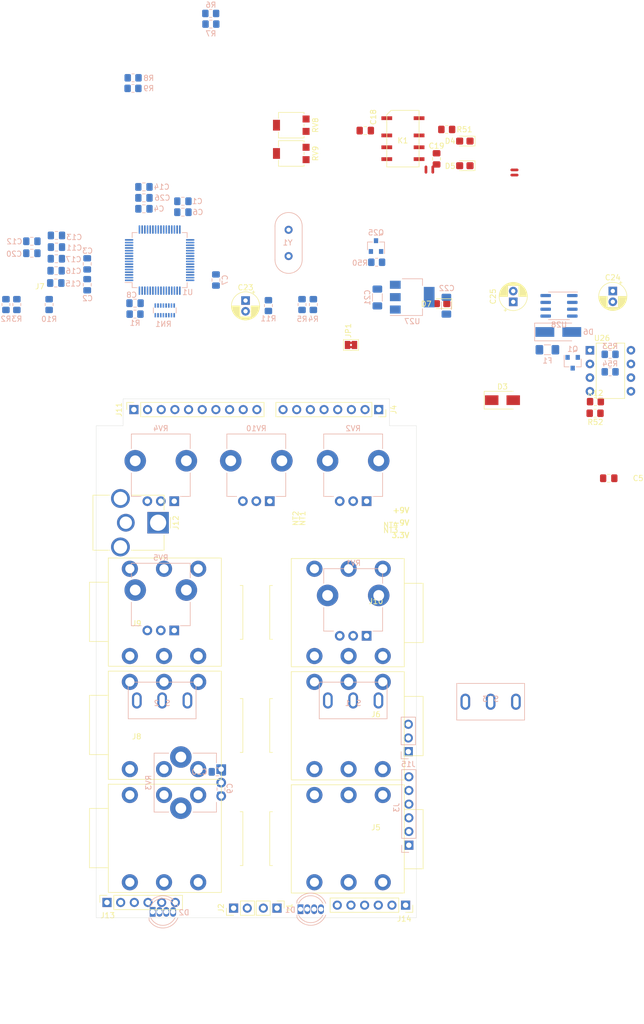
<source format=kicad_pcb>
(kicad_pcb (version 20241229) (generator "pcbnew") (generator_version "9.0")
  (layers (0 "F.Cu" signal) (4 "In1.Cu" signal) (6 "In2.Cu" signal) (2 "B.Cu" signal) (13 "F.Paste" user) (15 "B.Paste" user) (5 "F.SilkS" user "F.Silkscreen") (7 "B.SilkS" user "B.Silkscreen") (1 "F.Mask" user) (3 "B.Mask" user) (25 "Edge.Cuts" user))
  (net 0 "")
  (net 1 "GNDD")
  (net 2 "+3V3")
  (net 3 "/NRST")
  (net 4 "/RATE")
  (net 5 "/DEPTH")
  (net 6 "/SHAPE")
  (net 7 "/OFFSET")
  (net 8 "/SUBDIV")
  (net 9 "/TRIM1")
  (net 10 "/TRIM2")
  (net 11 "Net-(C18-Pad2)")
  (net 12 "Net-(C19-Pad2)")
  (net 13 "/EXP")
  (net 14 "+9V")
  (net 15 "Net-(C24-Pad2)")
  (net 16 "Net-(C24-Pad1)")
  (net 17 "-9V")
  (net 18 "Net-(D3-Pad2)")
  (net 19 "Net-(D4-Pad2)")
  (net 20 "Net-(D5-Pad2)")
  (net 21 "/BYP")
  (net 22 "/TAP")
  (net 23 "Net-(J3-Pad6)")
  (net 24 "/SWDIO")
  (net 25 "/SWCLK")
  (net 26 "GNDA")
  (net 27 "/CH1_SW")
  (net 28 "/Audio Jacks/CH2_OUT")
  (net 29 "/Audio Jacks/CH1_OUT")
  (net 30 "/EXP_SW")
  (net 31 "/TAP_EXT")
  (net 32 "Net-(J12-Pad1)")
  (net 33 "Net-(Q25-Pad1)")
  (net 34 "Net-(R1-Pad2)")
  (net 35 "/PWM4")
  (net 36 "/PWM3")
  (net 37 "/PWM2")
  (net 38 "/PWM1")
  (net 39 "/RLY_SET")
  (net 40 "/MUTE1")
  (net 41 "Net-(R53-Pad1)")
  (net 42 "/MUTE2")
  (net 43 "Net-(R54-Pad1)")
  (net 44 "/LED2_B")
  (net 45 "/LED2_G")
  (net 46 "/LED2_R")
  (net 47 "/LED1_B")
  (net 48 "/LED1_G")
  (net 49 "/LED1_R")
  (net 50 "Net-(J5-PadR)")
  (net 51 "Net-(J5-PadRN)")
  (net 52 "Net-(J5-PadTN)")
  (net 53 "Net-(J6-PadR)")
  (net 54 "Net-(J6-PadRN)")
  (net 55 "Net-(J7-PadR)")
  (net 56 "Net-(J7-PadSN)")
  (net 57 "Net-(J7-PadRN)")
  (net 58 "Net-(J7-PadTN)")
  (net 59 "Net-(J8-PadR)")
  (net 60 "Net-(J8-PadSN)")
  (net 61 "Net-(J8-PadRN)")
  (net 62 "Net-(J8-PadTN)")
  (net 63 "Net-(J9-PadRN)")
  (net 64 "Net-(J9-PadTN)")
  (net 65 "Net-(J10-PadR)")
  (net 66 "Net-(J10-PadSN)")
  (net 67 "Net-(J10-PadRN)")
  (net 68 "Net-(J10-PadTN)")
  (net 69 "Net-(RN1-Pad10)")
  (net 70 "Net-(RN1-Pad7)")
  (net 71 "Net-(RN1-Pad9)")
  (net 72 "Net-(RN1-Pad8)")
  (net 73 "Net-(U1-Pad61)")
  (net 74 "Net-(U1-Pad38)")
  (net 75 "Net-(U1-Pad36)")
  (net 76 "/UART_RX")
  (net 77 "/UART_TX")
  (net 78 "Net-(U1-Pad4)")
  (net 79 "Net-(U1-Pad1)")
  (net 80 "Net-(U28-Pad7)")
  (net 81 "Net-(U28-Pad6)")
  (net 82 "/VOL")
  (net 83 "Net-(F1-Pad2)")
  (net 84 "Net-(J9-PadT)")
  (net 85 "Net-(J10-PadS)")
  (net 86 "Net-(J10-PadT)")
  (net 87 "/PWM_OUT_1")
  (net 88 "/PWM_OUT_2")
  (net 89 "/PWM_OUT_3")
  (net 90 "/PWM_OUT_4")
  (net 91 "/CH2_EFF")
  (net 92 "/CH2_BYP")
  (net 93 "/CH2_IN")
  (net 94 "/CH1_IN")
  (net 95 "/CH2_SW")
  (net 96 "/DIP1")
  (net 97 "/DIP2")
  (net 98 "/DIP3")
  (net 99 "/DIP4")
  (net 100 "/CH1_EFF")
  (net 101 "/CH1_BYP")
  (net 102 "/PWM_RTN_VOL_1")
  (net 103 "/PWM_OUT_VOL_1")
  (net 104 "/PWM_RTN_2")
  (net 105 "/PWM_RTN_1")
  (net 106 "/PWM_OUT_VOL_2")
  (net 107 "/PWM_RTN_VOL_2")
  (net 108 "/PWM_RTN_4")
  (net 109 "/PWM_RTN_3")
  (net 110 "/PWM_VOL_1")
  (net 111 "/PWM_VOL_2")
  (net 112 "/HARM_MODE_1")
  (net 113 "/HARM_MODE_2")
  (net 114 "/PAN_MODE_1")
  (net 115 "/PAN_MODE_2")
  (net 116 "/ENV_MODE_1")
  (net 117 "/ENV_MODE_2")
  (net 118 "Net-(D7-Pad1)")
  (net 119 "/LEDs/B1_R")
  (net 120 "/LEDs/G1_R")
  (net 121 "/LEDs/R1_R")
  (net 122 "/LEDs/B2_R")
  (net 123 "/LEDs/G2_R")
  (net 124 "/LEDs/R2_R")
  (net 125 "Net-(U1-Pad41)")
  (net 126 "/OSC1")
  (net 127 "/OSC2")
  (net 128 "/Audio Jacks/CH1_OUT_PRE")
  (net 129 "/Audio Jacks/CH2_OUT_PRE")
  (footprint "Capacitor_SMD:C_0805_2012Metric_Pad1.18x1.45mm_HandSolder" (layer "F.Cu") (at 195.5 115.25)
    (property "Reference" "C5" (at 5.461 0 0) (layer "F.SilkS"))
    (property "Value" "100n")
    (pad "1" smd roundrect (at -1.0375 0) (size 1.175 1.45) (layers "F.Cu" "F.Mask" "F.Paste") (roundrect_rratio 0.2127659574) (net 3 "/NRST"))
    (pad "2" smd roundrect (at 1.0375 0) (size 1.175 1.45) (layers "F.Cu" "F.Mask" "F.Paste") (roundrect_rratio 0.2127659574) (net 1 "GNDD"))
  )
  (footprint "Capacitor_SMD:C_0805_2012Metric_Pad1.18x1.45mm_HandSolder" (layer "F.Cu") (at 150.25 50.7)
    (property "Reference" "C18" (at 1.5 -2.5 90) (layer "F.SilkS"))
    (property "Value" "470n")
    (pad "1" smd roundrect (at -1.0375 0) (size 1.175 1.45) (layers "F.Cu" "F.Mask" "F.Paste") (roundrect_rratio 0.2127659574) (net 128 "/Audio Jacks/CH1_OUT_PRE"))
    (pad "2" smd roundrect (at 1.0375 0) (size 1.175 1.45) (layers "F.Cu" "F.Mask" "F.Paste") (roundrect_rratio 0.2127659574) (net 11 "Net-(C18-Pad2)"))
  )
  (footprint "Capacitor_SMD:C_0805_2012Metric_Pad1.18x1.45mm_HandSolder" (layer "F.Cu") (at 163.5 55.95 90)
    (property "Reference" "C19" (at 2.4095 -0.0145 180) (layer "F.SilkS"))
    (property "Value" "470n")
    (pad "1" smd roundrect (at -1.0375 0 90) (size 1.175 1.45) (layers "F.Cu" "F.Mask" "F.Paste") (roundrect_rratio 0.2127659574) (net 129 "/Audio Jacks/CH2_OUT_PRE"))
    (pad "2" smd roundrect (at 1.0375 0 90) (size 1.175 1.45) (layers "F.Cu" "F.Mask" "F.Paste") (roundrect_rratio 0.2127659574) (net 12 "Net-(C19-Pad2)"))
  )
  (footprint "Capacitor_THT:CP_Radial_D5.0mm_P2.00mm" (layer "F.Cu") (at 128 82.25 -90)
    (property "Reference" "C23" (at -2.413 0 180) (layer "F.SilkS"))
    (property "Value" "100uF")
    (pad "1" thru_hole rect (at 0 0 270) (size 1.6 1.6) (drill 0.8) (layers "*.Cu" "*.Mask") (net 14 "+9V"))
    (pad "2" thru_hole circle (at 2 0 270) (size 1.6 1.6) (drill 0.8) (layers "*.Cu" "*.Mask") (net 1 "GNDD"))
  )
  (footprint "Capacitor_THT:CP_Radial_D5.0mm_P2.00mm" (layer "F.Cu") (at 196.253 80.486 -90)
    (property "Reference" "C24" (at -2.5 0 180) (layer "F.SilkS"))
    (property "Value" "100uF")
    (pad "1" thru_hole rect (at 0 0 270) (size 1.6 1.6) (drill 0.8) (layers "*.Cu" "*.Mask") (net 16 "Net-(C24-Pad1)"))
    (pad "2" thru_hole circle (at 2 0 270) (size 1.6 1.6) (drill 0.8) (layers "*.Cu" "*.Mask") (net 15 "Net-(C24-Pad2)"))
  )
  (footprint "Capacitor_THT:CP_Radial_D5.0mm_P2.00mm" (layer "F.Cu") (at 177.75 82.5 90)
    (property "Reference" "C25" (at 1 -3.75 90) (layer "F.SilkS"))
    (property "Value" "100uF")
    (pad "1" thru_hole rect (at 0 0 90) (size 1.6 1.6) (drill 0.8) (layers "*.Cu" "*.Mask") (net 1 "GNDD"))
    (pad "2" thru_hole circle (at 2 0 90) (size 1.6 1.6) (drill 0.8) (layers "*.Cu" "*.Mask") (net 17 "-9V"))
  )
  (footprint "Diode_SMD:D_SMA" (layer "F.Cu") (at 175.75 100.75)
    (property "Reference" "D3" (at 0 -2.5 0) (layer "F.SilkS"))
    (property "Value" "B120-E3")
    (pad "1" smd rect (at -2 0) (size 2.5 1.8) (layers "F.Cu" "F.Mask" "F.Paste") (net 14 "+9V"))
    (pad "2" smd rect (at 2 0) (size 2.5 1.8) (layers "F.Cu" "F.Mask" "F.Paste") (net 18 "Net-(D3-Pad2)"))
  )
  (footprint "LED_SMD:LED_0805_2012Metric_Castellated" (layer "F.Cu") (at 168.756 52.6515 180)
    (property "Reference" "D4" (at 2.7305 0 0) (layer "F.SilkS"))
    (property "Value" "LED_Small")
    (pad "1" smd roundrect (at -0.9625 0 180) (size 1.325 1.3) (layers "F.Cu" "F.Mask" "F.Paste") (roundrect_rratio 0.1923076923) (net 1 "GNDD"))
    (pad "2" smd roundrect (at 0.9625 0 180) (size 1.325 1.3) (layers "F.Cu" "F.Mask" "F.Paste") (roundrect_rratio 0.1923076923) (net 19 "Net-(D4-Pad2)"))
  )
  (footprint "LED_SMD:LED_0805_2012Metric_Castellated" (layer "F.Cu") (at 168.756 57.2235 180)
    (property "Reference" "D5" (at 2.7305 -0.0635 0) (layer "F.SilkS"))
    (property "Value" "LED_Small")
    (pad "1" smd roundrect (at -0.9625 0 180) (size 1.325 1.3) (layers "F.Cu" "F.Mask" "F.Paste") (roundrect_rratio 0.1923076923) (net 1 "GNDD"))
    (pad "2" smd roundrect (at 0.9625 0 180) (size 1.325 1.3) (layers "F.Cu" "F.Mask" "F.Paste") (roundrect_rratio 0.1923076923) (net 20 "Net-(D5-Pad2)"))
  )
  (footprint "Connector_PinHeader_2.54mm:PinHeader_1x02_P2.54mm_Vertical" (layer "F.Cu") (at 133.845 195.052 -90)
    (property "Reference" "J1" (at 0 -2.33 90) (layer "F.SilkS"))
    (property "Value" "Conn_01x02_Male")
    (pad "1" thru_hole rect (at 0 0 270) (size 1.7 1.7) (drill 1) (layers "*.Cu" "*.Mask") (net 1 "GNDD"))
    (pad "2" thru_hole oval (at 0 2.54 270) (size 1.7 1.7) (drill 1) (layers "*.Cu" "*.Mask") (net 21 "/BYP"))
  )
  (footprint "Connector_PinHeader_2.54mm:PinHeader_1x02_P2.54mm_Vertical" (layer "F.Cu") (at 125.7805 195.052 90)
    (property "Reference" "J2" (at 0 -2.33 90) (layer "F.SilkS"))
    (property "Value" "Conn_01x02_Male")
    (pad "1" thru_hole rect (at 0 0 90) (size 1.7 1.7) (drill 1) (layers "*.Cu" "*.Mask") (net 1 "GNDD"))
    (pad "2" thru_hole oval (at 0 2.54 90) (size 1.7 1.7) (drill 1) (layers "*.Cu" "*.Mask") (net 22 "/TAP"))
  )
  (footprint "Pinebox:Jack_0.25in_TRS_Switched" (layer "F.Cu") (at 153.5 190.25 180)
    (property "Reference" "J5" (at 1.27 10.16 0) (layer "F.SilkS"))
    (property "Value" "AudioJack3_Switch")
    (pad "R" thru_hole circle (at 6.35 16.2 180) (size 3 3) (drill 1.7) (layers "*.Cu" "*.Mask") (net 50 "Net-(J5-PadR)"))
    (pad "RN" thru_hole circle (at 6.35 0 180) (size 3 3) (drill 1.7) (layers "*.Cu" "*.Mask") (net 51 "Net-(J5-PadRN)"))
    (pad "S" thru_hole circle (at 0 16.2 180) (size 3 3) (drill 1.7) (layers "*.Cu" "*.Mask") (net 26 "GNDA"))
    (pad "SN" thru_hole circle (at 0 0 180) (size 3 3) (drill 1.7) (layers "*.Cu" "*.Mask") (net 27 "/CH1_SW"))
    (pad "T" thru_hole circle (at 12.7 16.2 180) (size 3 3) (drill 1.7) (layers "*.Cu" "*.Mask") (net 94 "/CH1_IN"))
    (pad "TN" thru_hole circle (at 12.7 0 180) (size 3 3) (drill 1.7) (layers "*.Cu" "*.Mask") (net 52 "Net-(J5-PadTN)"))
  )
  (footprint "Pinebox:Jack_0.25in_TRS_Switched" (layer "F.Cu") (at 106.5 153.05)
    (property "Reference" "J8" (at 1.27 10.16 0) (layer "F.SilkS"))
    (property "Value" "AudioJack3_Switch")
    (pad "R" thru_hole circle (at 6.35 16.2) (size 3 3) (drill 1.7) (layers "*.Cu" "*.Mask") (net 59 "Net-(J8-PadR)"))
    (pad "RN" thru_hole circle (at 6.35 0) (size 3 3) (drill 1.7) (layers "*.Cu" "*.Mask") (net 61 "Net-(J8-PadRN)"))
    (pad "S" thru_hole circle (at 0 16.2) (size 3 3) (drill 1.7) (layers "*.Cu" "*.Mask") (net 26 "GNDA"))
    (pad "SN" thru_hole circle (at 0 0) (size 3 3) (drill 1.7) (layers "*.Cu" "*.Mask") (net 60 "Net-(J8-PadSN)"))
    (pad "T" thru_hole circle (at 12.7 16.2) (size 3 3) (drill 1.7) (layers "*.Cu" "*.Mask") (net 29 "/Audio Jacks/CH1_OUT"))
    (pad "TN" thru_hole circle (at 12.7 0) (size 3 3) (drill 1.7) (layers "*.Cu" "*.Mask") (net 62 "Net-(J8-PadTN)"))
  )
  (footprint "Pinebox:Jack_0.25in_TRS_Switched" (layer "F.Cu") (at 106.5 132.05)
    (property "Reference" "J9" (at 1.27 10.16 0) (layer "F.SilkS"))
    (property "Value" "AudioJack3_Switch")
    (pad "R" thru_hole circle (at 6.35 16.2) (size 3 3) (drill 1.7) (layers "*.Cu" "*.Mask") (net 2 "+3V3"))
    (pad "RN" thru_hole circle (at 6.35 0) (size 3 3) (drill 1.7) (layers "*.Cu" "*.Mask") (net 63 "Net-(J9-PadRN)"))
    (pad "S" thru_hole circle (at 0 16.2) (size 3 3) (drill 1.7) (layers "*.Cu" "*.Mask") (net 1 "GNDD"))
    (pad "SN" thru_hole circle (at 0 0) (size 3 3) (drill 1.7) (layers "*.Cu" "*.Mask") (net 30 "/EXP_SW"))
    (pad "T" thru_hole circle (at 12.7 16.2) (size 3 3) (drill 1.7) (layers "*.Cu" "*.Mask") (net 84 "Net-(J9-PadT)"))
    (pad "TN" thru_hole circle (at 12.7 0) (size 3 3) (drill 1.7) (layers "*.Cu" "*.Mask") (net 64 "Net-(J9-PadTN)"))
  )
  (footprint "Connector_BarrelJack:BarrelJack_CUI_PJ-063AH_Horizontal_CircularHoles" (layer "F.Cu") (at 111.75 123.5 -90)
    (property "Reference" "J12" (at 0 -3.3 90) (layer "F.SilkS"))
    (property "Value" "Barrel_Jack")
    (pad "" np_thru_hole circle (at 0 9 270) (size 1.6 1.6) (drill 1.6) (layers "*.Cu" "*.Mask"))
    (pad "1" thru_hole rect (at 0 0 270) (size 4 4) (drill 3) (layers "*.Cu" "*.Mask") (net 32 "Net-(J12-Pad1)"))
    (pad "2" thru_hole circle (at 0 6 270) (size 3.3 3.3) (drill 2.3) (layers "*.Cu" "*.Mask") (net 1 "GNDD"))
    (pad "MP" thru_hole circle (at -4.5 7 270) (size 3.5 3.5) (drill 2.5) (layers "*.Cu" "*.Mask"))
    (pad "MP" thru_hole circle (at 4.5 7 270) (size 3.5 3.5) (drill 2.5) (layers "*.Cu" "*.Mask"))
  )
  (footprint "Jumper:SolderJumper-2_P1.3mm_Bridged2Bar_Pad1.0x1.5mm" (layer "F.Cu") (at 147.6 90.5)
    (property "Reference" "JP1" (at -0.508 -2.667 90) (layer "F.SilkS"))
    (property "Value" "Jumper")
    (fp_poly (pts (xy -0.25 -0.6) (xy 0.25 -0.6) (xy 0.25 -0.2) (xy -0.25 -0.2)) (fill yes) (layer "F.Cu"))
    (fp_poly (pts (xy -0.25 0.2) (xy 0.25 0.2) (xy 0.25 0.6) (xy -0.25 0.6)) (fill yes) (layer "F.Cu"))
    (pad "1" smd rect (at -0.65 0) (size 1 1.5) (layers "F.Cu" "F.Mask") (net 1 "GNDD"))
    (pad "2" smd rect (at 0.65 0) (size 1 1.5) (layers "F.Cu" "F.Mask") (net 26 "GNDA"))
  )
  (footprint "Pinebox:Relay_DPDT_NL_TE_IM05GR" (layer "F.Cu") (at 157.25 52.2 -90)
    (property "Reference" "K1" (at 0.36 0.019 0) (layer "F.SilkS"))
    (property "Value" "IM05")
    (pad "1" smd rect (at -3.8 3 270) (size 0.7 2) (layers "F.Cu" "F.Mask" "F.Paste") (net 14 "+9V"))
    (pad "2" smd rect (at -0.6 3 270) (size 0.7 2) (layers "F.Cu" "F.Mask" "F.Paste") (net 101 "/CH1_BYP"))
    (pad "3" smd rect (at 1.6 3 270) (size 0.7 2) (layers "F.Cu" "F.Mask" "F.Paste") (net 11 "Net-(C18-Pad2)"))
    (pad "4" smd rect (at 3.8 3 270) (size 0.7 2) (layers "F.Cu" "F.Mask" "F.Paste") (net 100 "/CH1_EFF"))
    (pad "5" smd rect (at 3.8 -3 270) (size 0.7 2) (layers "F.Cu" "F.Mask" "F.Paste") (net 91 "/CH2_EFF"))
    (pad "6" smd rect (at 1.6 -3 270) (size 0.7 2) (layers "F.Cu" "F.Mask" "F.Paste") (net 12 "Net-(C19-Pad2)"))
    (pad "7" smd rect (at -0.6 -3 270) (size 0.7 2) (layers "F.Cu" "F.Mask" "F.Paste") (net 92 "/CH2_BYP"))
    (pad "8" smd rect (at -3.8 -3 270) (size 0.7 2) (layers "F.Cu" "F.Mask" "F.Paste") (net 18 "Net-(D3-Pad2)"))
  )
  (footprint "Resistor_SMD:R_0805_2012Metric_Pad1.20x1.40mm_HandSolder" (layer "F.Cu") (at 165.3905 50.4925)
    (property "Reference" "R51" (at 3.302 0 0) (layer "F.SilkS"))
    (property "Value" "1k")
    (pad "1" smd roundrect (at -1 0) (size 1.2 1.4) (layers "F.Cu" "F.Mask" "F.Paste") (roundrect_rratio 0.2083325) (net 14 "+9V"))
    (pad "2" smd roundrect (at 1 0) (size 1.2 1.4) (layers "F.Cu" "F.Mask" "F.Paste") (roundrect_rratio 0.2083325) (net 19 "Net-(D4-Pad2)"))
  )
  (footprint "Resistor_SMD:R_0805_2012Metric_Pad1.20x1.40mm_HandSolder" (layer "F.Cu") (at 192.959 103.181)
    (property "Reference" "R52" (at 0.0635 1.651 0) (layer "F.SilkS"))
    (property "Value" "470")
    (pad "1" smd roundrect (at -1 0) (size 1.2 1.4) (layers "F.Cu" "F.Mask" "F.Paste") (roundrect_rratio 0.2083325) (net 2 "+3V3"))
    (pad "2" smd roundrect (at 1 0) (size 1.2 1.4) (layers "F.Cu" "F.Mask" "F.Paste") (roundrect_rratio 0.2083325) (net 20 "Net-(D5-Pad2)"))
  )
  (footprint "Package_DIP:DIP-8_W7.62mm" (layer "F.Cu") (at 192.003 91.486)
    (property "Reference" "U26" (at 2.25 -2.25 0) (layer "F.SilkS"))
    (property "Value" "TLP222A-2")
    (pad "1" thru_hole rect (at 0 0) (size 1.6 1.6) (drill 0.8) (layers "*.Cu" "*.Mask") (net 41 "Net-(R53-Pad1)"))
    (pad "2" thru_hole oval (at 0 2.54) (size 1.6 1.6) (drill 0.8) (layers "*.Cu" "*.Mask") (net 1 "GNDD"))
    (pad "3" thru_hole oval (at 0 5.08) (size 1.6 1.6) (drill 0.8) (layers "*.Cu" "*.Mask") (net 43 "Net-(R54-Pad1)"))
    (pad "4" thru_hole oval (at 0 7.62) (size 1.6 1.6) (drill 0.8) (layers "*.Cu" "*.Mask") (net 1 "GNDD"))
    (pad "5" thru_hole oval (at 7.62 7.62) (size 1.6 1.6) (drill 0.8) (layers "*.Cu" "*.Mask") (net 26 "GNDA"))
    (pad "6" thru_hole oval (at 7.62 5.08) (size 1.6 1.6) (drill 0.8) (layers "*.Cu" "*.Mask") (net 129 "/Audio Jacks/CH2_OUT_PRE"))
    (pad "7" thru_hole oval (at 7.62 2.54) (size 1.6 1.6) (drill 0.8) (layers "*.Cu" "*.Mask") (net 26 "GNDA"))
    (pad "8" thru_hole oval (at 7.62 0) (size 1.6 1.6) (drill 0.8) (layers "*.Cu" "*.Mask") (net 128 "/Audio Jacks/CH1_OUT_PRE"))
  )
  (footprint "Pinebox:Jack_0.25in_TRS_Switched" (layer "F.Cu") (at 153.5 148.25 180)
    (property "Reference" "J10" (at 1.27 10.16 0) (layer "F.SilkS"))
    (property "Value" "AudioJack3_Switch")
    (pad "R" thru_hole circle (at 6.35 16.2 180) (size 3 3) (drill 1.7) (layers "*.Cu" "*.Mask") (net 65 "Net-(J10-PadR)"))
    (pad "RN" thru_hole circle (at 6.35 0 180) (size 3 3) (drill 1.7) (layers "*.Cu" "*.Mask") (net 67 "Net-(J10-PadRN)"))
    (pad "S" thru_hole circle (at 0 16.2 180) (size 3 3) (drill 1.7) (layers "*.Cu" "*.Mask") (net 85 "Net-(J10-PadS)"))
    (pad "SN" thru_hole circle (at 0 0 180) (size 3 3) (drill 1.7) (layers "*.Cu" "*.Mask") (net 66 "Net-(J10-PadSN)"))
    (pad "T" thru_hole circle (at 12.7 16.2 180) (size 3 3) (drill 1.7) (layers "*.Cu" "*.Mask") (net 86 "Net-(J10-PadT)"))
    (pad "TN" thru_hole circle (at 12.7 0 180) (size 3 3) (drill 1.7) (layers "*.Cu" "*.Mask") (net 68 "Net-(J10-PadTN)"))
  )
  (footprint "Pinebox:Jack_0.25in_TRS_Switched" (layer "F.Cu") (at 153.5 169.25 180)
    (property "Reference" "J6" (at 1.27 10.16 0) (layer "F.SilkS"))
    (property "Value" "AudioJack3_Switch")
    (pad "R" thru_hole circle (at 6.35 16.2 180) (size 3 3) (drill 1.7) (layers "*.Cu" "*.Mask") (net 53 "Net-(J6-PadR)"))
    (pad "RN" thru_hole circle (at 6.35 0 180) (size 3 3) (drill 1.7) (layers "*.Cu" "*.Mask") (net 54 "Net-(J6-PadRN)"))
    (pad "S" thru_hole circle (at 0 16.2 180) (size 3 3) (drill 1.7) (layers "*.Cu" "*.Mask") (net 26 "GNDA"))
    (pad "SN" thru_hole circle (at 0 0 180) (size 3 3) (drill 1.7) (layers "*.Cu" "*.Mask") (net 95 "/CH2_SW"))
    (pad "T" thru_hole circle (at 12.7 16.2 180) (size 3 3) (drill 1.7) (layers "*.Cu" "*.Mask") (net 93 "/CH2_IN"))
    (pad "TN" thru_hole circle (at 12.7 0 180) (size 3 3) (drill 1.7) (layers "*.Cu" "*.Mask") (net 94 "/CH1_IN"))
  )
  (footprint "Connector_PinSocket_2.54mm:PinSocket_1x10_P2.54mm_Vertical" (layer "F.Cu") (at 107.25 102.5 90)
    (property "Reference" "J11" (at 0 -2.77 90) (layer "F.SilkS"))
    (property "Value" "Conn_01x10_Female")
    (pad "1" thru_hole rect (at 0 0 90) (size 1.7 1.7) (drill 1) (layers "*.Cu" "*.Mask") (net 94 "/CH1_IN"))
    (pad "2" thru_hole oval (at 0 2.54 90) (size 1.7 1.7) (drill 1) (layers "*.Cu" "*.Mask") (net 101 "/CH1_BYP"))
    (pad "3" thru_hole oval (at 0 5.08 90) (size 1.7 1.7) (drill 1) (layers "*.Cu" "*.Mask") (net 100 "/CH1_EFF"))
    (pad "4" thru_hole oval (at 0 7.62 90) (size 1.7 1.7) (drill 1) (layers "*.Cu" "*.Mask") (net 1 "GNDD"))
    (pad "5" thru_hole oval (at 0 10.16 90) (size 1.7 1.7) (drill 1) (layers "*.Cu" "*.Mask") (net 99 "/DIP4"))
    (pad "6" thru_hole oval (at 0 12.7 90) (size 1.7 1.7) (drill 1) (layers "*.Cu" "*.Mask") (net 98 "/DIP3"))
    (pad "7" thru_hole oval (at 0 15.24 90) (size 1.7 1.7) (drill 1) (layers "*.Cu" "*.Mask") (net 97 "/DIP2"))
    (pad "8" thru_hole oval (at 0 17.78 90) (size 1.7 1.7) (drill 1) (layers "*.Cu" "*.Mask") (net 96 "/DIP1"))
    (pad "9" thru_hole oval (at 0 20.32 90) (size 1.7 1.7) (drill 1) (layers "*.Cu" "*.Mask") (net 2 "+3V3"))
    (pad "10" thru_hole oval (at 0 22.86 90) (size 1.7 1.7) (drill 1) (layers "*.Cu" "*.Mask") (net 26 "GNDA"))
  )
  (footprint "Potentiometer_SMD:Potentiometer_Bourns_3314G_Vertical" (layer "F.Cu") (at 136.5 49.7 -90)
    (property "Reference" "RV8" (at 0 -4.5 90) (layer "F.SilkS"))
    (property "Value" "100k")
    (pad "1" smd rect (at 1.15 -2.75 270) (size 1.3 1.3) (layers "F.Cu" "F.Mask" "F.Paste") (net 128 "/Audio Jacks/CH1_OUT_PRE"))
    (pad "2" smd rect (at 0 2.75 270) (size 2 1.3) (layers "F.Cu" "F.Mask" "F.Paste") (net 29 "/Audio Jacks/CH1_OUT"))
    (pad "3" smd rect (at -1.15 -2.75 270) (size 1.3 1.3) (layers "F.Cu" "F.Mask" "F.Paste") (net 26 "GNDA"))
  )
  (footprint "Potentiometer_SMD:Potentiometer_Bourns_3314G_Vertical" (layer "F.Cu") (at 136.5 54.95 -90)
    (property "Reference" "RV9" (at 0 -4.5 90) (layer "F.SilkS"))
    (property "Value" "100k")
    (pad "1" smd rect (at 1.15 -2.75 270) (size 1.3 1.3) (layers "F.Cu" "F.Mask" "F.Paste") (net 129 "/Audio Jacks/CH2_OUT_PRE"))
    (pad "2" smd rect (at 0 2.75 270) (size 2 1.3) (layers "F.Cu" "F.Mask" "F.Paste") (net 28 "/Audio Jacks/CH2_OUT"))
    (pad "3" smd rect (at -1.15 -2.75 270) (size 1.3 1.3) (layers "F.Cu" "F.Mask" "F.Paste") (net 26 "GNDA"))
  )
  (footprint "Connector_PinSocket_2.54mm:PinSocket_1x06_P2.54mm_Vertical" (layer "F.Cu") (at 102.25 194 90)
    (property "Reference" "J13" (at -2.413 0.127 180) (layer "F.SilkS"))
    (property "Value" "Conn_01x06_Female")
    (pad "1" thru_hole rect (at 0 0 90) (size 1.7 1.7) (drill 1) (layers "*.Cu" "*.Mask") (net 87 "/PWM_OUT_1"))
    (pad "2" thru_hole oval (at 0 2.54 90) (size 1.7 1.7) (drill 1) (layers "*.Cu" "*.Mask") (net 105 "/PWM_RTN_1"))
    (pad "3" thru_hole oval (at 0 5.08 90) (size 1.7 1.7) (drill 1) (layers "*.Cu" "*.Mask") (net 88 "/PWM_OUT_2"))
    (pad "4" thru_hole oval (at 0 7.62 90) (size 1.7 1.7) (drill 1) (layers "*.Cu" "*.Mask") (net 104 "/PWM_RTN_2"))
    (pad "5" thru_hole oval (at 0 10.16 90) (size 1.7 1.7) (drill 1) (layers "*.Cu" "*.Mask") (net 103 "/PWM_OUT_VOL_1"))
    (pad "6" thru_hole oval (at 0 12.7 90) (size 1.7 1.7) (drill 1) (layers "*.Cu" "*.Mask") (net 102 "/PWM_RTN_VOL_1"))
  )
  (footprint "Connector_PinSocket_2.54mm:PinSocket_1x06_P2.54mm_Vertical" (layer "F.Cu") (at 157.75 194.5 -90)
    (property "Reference" "J14" (at 2.54 0.254 180) (layer "F.SilkS"))
    (property "Value" "Conn_01x06_Female")
    (pad "1" thru_hole rect (at 0 0 270) (size 1.7 1.7) (drill 1) (layers "*.Cu" "*.Mask") (net 109 "/PWM_RTN_3"))
    (pad "2" thru_hole oval (at 0 2.54 270) (size 1.7 1.7) (drill 1) (layers "*.Cu" "*.Mask") (net 89 "/PWM_OUT_3"))
    (pad "3" thru_hole oval (at 0 5.08 270) (size 1.7 1.7) (drill 1) (layers "*.Cu" "*.Mask") (net 108 "/PWM_RTN_4"))
    (pad "4" thru_hole oval (at 0 7.62 270) (size 1.7 1.7) (drill 1) (layers "*.Cu" "*.Mask") (net 90 "/PWM_OUT_4"))
    (pad "5" thru_hole oval (at 0 10.16 270) (size 1.7 1.7) (drill 1) (layers "*.Cu" "*.Mask") (net 107 "/PWM_RTN_VOL_2"))
    (pad "6" thru_hole oval (at 0 12.7 270) (size 1.7 1.7) (drill 1) (layers "*.Cu" "*.Mask") (net 106 "/PWM_OUT_VOL_2"))
  )
  (footprint "NetTie:NetTie-2_SMD_Pad0.5mm" (layer "F.Cu") (at 162.8 57.942 90)
    (property "Reference" "NT1" (at -64.75 -24.2 90) (layer "F.SilkS"))
    (property "Value" "Net-Tie_2")
    (fp_poly (pts (xy -0.5 -0.25) (xy 0.5 -0.25) (xy 0.5 0.25) (xy -0.5 0.25)) (fill yes) (layer "F.Cu"))
    (pad "1" smd circle (at -0.5 0 90) (size 0.5 0.5) (layers "F.Cu") (net 105 "/PWM_RTN_1"))
    (pad "2" smd circle (at 0.5 0 90) (size 0.5 0.5) (layers "F.Cu") (net 1 "GNDD"))
  )
  (footprint "NetTie:NetTie-2_SMD_Pad0.5mm" (layer "F.Cu") (at 161.53 57.942 90)
    (property "Reference" "NT2" (at -64.75 -24.2 90) (layer "F.SilkS"))
    (property "Value" "Net-Tie_2")
    (fp_poly (pts (xy -0.5 -0.25) (xy 0.5 -0.25) (xy 0.5 0.25) (xy -0.5 0.25)) (fill yes) (layer "F.Cu"))
    (pad "1" smd circle (at -0.5 0 90) (size 0.5 0.5) (layers "F.Cu") (net 104 "/PWM_RTN_2"))
    (pad "2" smd circle (at 0.5 0 90) (size 0.5 0.5) (layers "F.Cu") (net 1 "GNDD"))
  )
  (footprint "NetTie:NetTie-2_SMD_Pad0.5mm" (layer "F.Cu") (at 177.9765 58.958 180)
    (property "Reference" "NT3" (at 23 -65.95 0) (layer "F.SilkS"))
    (property "Value" "Net-Tie_2")
    (fp_poly (pts (xy -0.5 -0.25) (xy 0.5 -0.25) (xy 0.5 0.25) (xy -0.5 0.25)) (fill yes) (layer "F.Cu"))
    (pad "1" smd circle (at -0.5 0 180) (size 0.5 0.5) (layers "F.Cu") (net 109 "/PWM_RTN_3"))
    (pad "2" smd circle (at 0.5 0 180) (size 0.5 0.5) (layers "F.Cu") (net 1 "GNDD"))
  )
  (footprint "NetTie:NetTie-2_SMD_Pad0.5mm" (layer "F.Cu") (at 177.9765 58.0055 180)
    (property "Reference" "NT4" (at 23 -65.95 0) (layer "F.SilkS"))
    (property "Value" "Net-Tie_2")
    (fp_poly (pts (xy -0.5 -0.25) (xy 0.5 -0.25) (xy 0.5 0.25) (xy -0.5 0.25)) (fill yes) (layer "F.Cu"))
    (pad "1" smd circle (at -0.5 0 180) (size 0.5 0.5) (layers "F.Cu") (net 108 "/PWM_RTN_4"))
    (pad "2" smd circle (at 0.5 0 180) (size 0.5 0.5) (layers "F.Cu") (net 1 "GNDD"))
  )
  (footprint "Pinebox:Jack_0.25in_TRS_Switched" (layer "F.Cu") (at 106.5 174.05)
    (property "Reference" "J7" (at -16.73 -94.399 0) (layer "F.SilkS"))
    (property "Value" "AudioJack3_Switch")
    (pad "R" thru_hole circle (at 6.35 16.2) (size 3 3) (drill 1.7) (layers "*.Cu" "*.Mask") (net 55 "Net-(J7-PadR)"))
    (pad "RN" thru_hole circle (at 6.35 0) (size 3 3) (drill 1.7) (layers "*.Cu" "*.Mask") (net 57 "Net-(J7-PadRN)"))
    (pad "S" thru_hole circle (at 0 16.2) (size 3 3) (drill 1.7) (layers "*.Cu" "*.Mask") (net 26 "GNDA"))
    (pad "SN" thru_hole circle (at 0 0) (size 3 3) (drill 1.7) (layers "*.Cu" "*.Mask") (net 56 "Net-(J7-PadSN)"))
    (pad "T" thru_hole circle (at 12.7 16.2) (size 3 3) (drill 1.7) (layers "*.Cu" "*.Mask") (net 28 "/Audio Jacks/CH2_OUT"))
    (pad "TN" thru_hole circle (at 12.7 0) (size 3 3) (drill 1.7) (layers "*.Cu" "*.Mask") (net 58 "Net-(J7-PadTN)"))
  )
  (footprint "LED_SMD:LED_0805_2012Metric_Castellated" (layer "F.Cu") (at 164.438 82.8305 180)
    (property "Reference" "D7" (at 2.8575 -0.0635 0) (layer "F.SilkS"))
    (property "Value" "LED_Small")
    (pad "1" smd roundrect (at -0.9625 0 180) (size 1.325 1.3) (layers "F.Cu" "F.Mask" "F.Paste") (roundrect_rratio 0.1923076923) (net 118 "Net-(D7-Pad1)"))
    (pad "2" smd roundrect (at 0.9625 0 180) (size 1.325 1.3) (layers "F.Cu" "F.Mask" "F.Paste") (roundrect_rratio 0.1923076923) (net 1 "GNDD"))
  )
  (footprint "Resistor_SMD:R_0805_2012Metric_Pad1.20x1.40mm_HandSolder" (layer "F.Cu") (at 193.0225 101.022 180)
    (property "Reference" "R12" (at 0 1.5875 180) (layer "F.SilkS"))
    (property "Value" "1k")
    (pad "1" smd roundrect (at -1 0 180) (size 1.2 1.4) (layers "F.Cu" "F.Mask" "F.Paste") (roundrect_rratio 0.2083325) (net 118 "Net-(D7-Pad1)"))
    (pad "2" smd roundrect (at 1 0 180) (size 1.2 1.4) (layers "F.Cu" "F.Mask" "F.Paste") (roundrect_rratio 0.2083325) (net 17 "-9V"))
  )
  (footprint "Connector_PinSocket_2.54mm:PinSocket_1x08_P2.54mm_Vertical" (layer "F.Cu") (at 152.75 102.5 -90)
    (property "Reference" "J4" (at 0 -2.77 90) (layer "F.SilkS"))
    (property "Value" "Conn_01x08_Female")
    (pad "1" thru_hole rect (at 0 0 270) (size 1.7 1.7) (drill 1) (layers "*.Cu" "*.Mask") (net 93 "/CH2_IN"))
    (pad "2" thru_hole oval (at 0 2.54 270) (size 1.7 1.7) (drill 1) (layers "*.Cu" "*.Mask") (net 92 "/CH2_BYP"))
    (pad "3" thru_hole oval (at 0 5.08 270) (size 1.7 1.7) (drill 1) (layers "*.Cu" "*.Mask") (net 91 "/CH2_EFF"))
    (pad "4" thru_hole oval (at 0 7.62 270) (size 1.7 1.7) (drill 1) (layers "*.Cu" "*.Mask") (net 17 "-9V"))
    (pad "5" thru_hole oval (at 0 10.16 270) (size 1.7 1.7) (drill 1) (layers "*.Cu" "*.Mask") (net 10 "/TRIM2"))
    (pad "6" thru_hole oval (at 0 12.7 270) (size 1.7 1.7) (drill 1) (layers "*.Cu" "*.Mask") (net 9 "/TRIM1"))
    (pad "7" thru_hole oval (at 0 15.24 270) (size 1.7 1.7) (drill 1) (layers "*.Cu" "*.Mask") (net 14 "+9V"))
    (pad "8" thru_hole oval (at 0 17.78 270) (size 1.7 1.7) (drill 1) (layers "*.Cu" "*.Mask") (net 26 "GNDA"))
  )
  (footprint "Capacitor_SMD:C_0805_2012Metric_Pad1.18x1.45mm_HandSolder" (layer "B.Cu") (at 116.353 63.823 180)
    (property "Reference" "C1" (at -2.667 0 0) (layer "B.SilkS") (effects (justify mirror)))
    (property "Value" "4.7u")
    (pad "1" smd roundrect (at -1.0375 0 180) (size 1.175 1.45) (layers "B.Cu" "B.Mask" "B.Paste") (roundrect_rratio 0.2127659574) (net 2 "+3V3"))
    (pad "2" smd roundrect (at 1.0375 0 180) (size 1.175 1.45) (layers "B.Cu" "B.Mask" "B.Paste") (roundrect_rratio 0.2127659574) (net 1 "GNDD"))
  )
  (footprint "Capacitor_SMD:C_0805_2012Metric_Pad1.18x1.45mm_HandSolder" (layer "B.Cu") (at 98.573 79.317 -90)
    (property "Reference" "C2" (at 2.54 -0.0635 180) (layer "B.SilkS") (effects (justify mirror)))
    (property "Value" "18p")
    (pad "1" smd roundrect (at -1.0375 0 270) (size 1.175 1.45) (layers "B.Cu" "B.Mask" "B.Paste") (roundrect_rratio 0.2127659574) (net 1 "GNDD"))
    (pad "2" smd roundrect (at 1.0375 0 270) (size 1.175 1.45) (layers "B.Cu" "B.Mask" "B.Paste") (roundrect_rratio 0.2127659574) (net 126 "/OSC1"))
  )
  (footprint "Capacitor_SMD:C_0805_2012Metric_Pad1.18x1.45mm_HandSolder" (layer "B.Cu") (at 98.573 75.4435 90)
    (property "Reference" "C3" (at 2.413 0.0635 180) (layer "B.SilkS") (effects (justify mirror)))
    (property "Value" "18p")
    (pad "1" smd roundrect (at -1.0375 0 90) (size 1.175 1.45) (layers "B.Cu" "B.Mask" "B.Paste") (roundrect_rratio 0.2127659574) (net 1 "GNDD"))
    (pad "2" smd roundrect (at 1.0375 0 90) (size 1.175 1.45) (layers "B.Cu" "B.Mask" "B.Paste") (roundrect_rratio 0.2127659574) (net 127 "/OSC2"))
  )
  (footprint "Capacitor_SMD:C_0805_2012Metric_Pad1.18x1.45mm_HandSolder" (layer "B.Cu") (at 109.114 65.22 180)
    (property "Reference" "C4" (at -2.794 0 0) (layer "B.SilkS") (effects (justify mirror)))
    (property "Value" "100n")
    (pad "1" smd roundrect (at -1.0375 0 180) (size 1.175 1.45) (layers "B.Cu" "B.Mask" "B.Paste") (roundrect_rratio 0.2127659574) (net 2 "+3V3"))
    (pad "2" smd roundrect (at 1.0375 0 180) (size 1.175 1.45) (layers "B.Cu" "B.Mask" "B.Paste") (roundrect_rratio 0.2127659574) (net 1 "GNDD"))
  )
  (footprint "Capacitor_SMD:C_0805_2012Metric_Pad1.18x1.45mm_HandSolder" (layer "B.Cu") (at 116.353 65.855 180)
    (property "Reference" "C6" (at -2.794 0 0) (layer "B.SilkS") (effects (justify mirror)))
    (property "Value" "100n")
    (pad "1" smd roundrect (at -1.0375 0 180) (size 1.175 1.45) (layers "B.Cu" "B.Mask" "B.Paste") (roundrect_rratio 0.2127659574) (net 2 "+3V3"))
    (pad "2" smd roundrect (at 1.0375 0 180) (size 1.175 1.45) (layers "B.Cu" "B.Mask" "B.Paste") (roundrect_rratio 0.2127659574) (net 1 "GNDD"))
  )
  (footprint "Capacitor_SMD:C_0805_2012Metric_Pad1.18x1.45mm_HandSolder" (layer "B.Cu") (at 122.5 78.441 90)
    (property "Reference" "C7" (at 0 1.68 90) (layer "B.SilkS") (effects (justify mirror)))
    (property "Value" "100n")
    (pad "1" smd roundrect (at -1.0375 0 90) (size 1.175 1.45) (layers "B.Cu" "B.Mask" "B.Paste") (roundrect_rratio 0.2127659574) (net 2 "+3V3"))
    (pad "2" smd roundrect (at 1.0375 0 90) (size 1.175 1.45) (layers "B.Cu" "B.Mask" "B.Paste") (roundrect_rratio 0.2127659574) (net 1 "GNDD"))
  )
  (footprint "Capacitor_SMD:C_0805_2012Metric_Pad1.18x1.45mm_HandSolder" (layer "B.Cu") (at 107.463 82.746)
    (property "Reference" "C8" (at -0.635 -1.524 0) (layer "B.SilkS") (effects (justify mirror)))
    (property "Value" "100n")
    (pad "1" smd roundrect (at -1.0375 0) (size 1.175 1.45) (layers "B.Cu" "B.Mask" "B.Paste") (roundrect_rratio 0.2127659574) (net 2 "+3V3"))
    (pad "2" smd roundrect (at 1.0375 0) (size 1.175 1.45) (layers "B.Cu" "B.Mask" "B.Paste") (roundrect_rratio 0.2127659574) (net 1 "GNDD"))
  )
  (footprint "Capacitor_SMD:C_0805_2012Metric_Pad1.18x1.45mm_HandSolder" (layer "B.Cu") (at 123.431 172.954 90)
    (property "Reference" "C9" (at 0.127 1.651 270) (layer "B.SilkS") (effects (justify mirror)))
    (property "Value" "10n")
    (pad "1" smd roundrect (at -1.0375 0 90) (size 1.175 1.45) (layers "B.Cu" "B.Mask" "B.Paste") (roundrect_rratio 0.2127659574) (net 2 "+3V3"))
    (pad "2" smd roundrect (at 1.0375 0 90) (size 1.175 1.45) (layers "B.Cu" "B.Mask" "B.Paste") (roundrect_rratio 0.2127659574) (net 1 "GNDD"))
  )
  (footprint "Capacitor_SMD:C_0805_2012Metric_Pad1.18x1.45mm_HandSolder" (layer "B.Cu") (at 122.75 169.75)
    (property "Reference" "C10" (at -3.302 0 0) (layer "B.SilkS") (effects (justify mirror)))
    (property "Value" "1u")
    (pad "1" smd roundrect (at -1.0375 0) (size 1.175 1.45) (layers "B.Cu" "B.Mask" "B.Paste") (roundrect_rratio 0.2127659574) (net 2 "+3V3"))
    (pad "2" smd roundrect (at 1.0375 0) (size 1.175 1.45) (layers "B.Cu" "B.Mask" "B.Paste") (roundrect_rratio 0.2127659574) (net 1 "GNDD"))
  )
  (footprint "Capacitor_SMD:C_0805_2012Metric_Pad1.18x1.45mm_HandSolder" (layer "B.Cu") (at 92.858 72.332 180)
    (property "Reference" "C11" (at -3.302 -0.127 0) (layer "B.SilkS") (effects (justify mirror)))
    (property "Value" "100nF")
    (pad "1" smd roundrect (at -1.0375 0 180) (size 1.175 1.45) (layers "B.Cu" "B.Mask" "B.Paste") (roundrect_rratio 0.2127659574) (net 4 "/RATE"))
    (pad "2" smd roundrect (at 1.0375 0 180) (size 1.175 1.45) (layers "B.Cu" "B.Mask" "B.Paste") (roundrect_rratio 0.2127659574) (net 1 "GNDD"))
  )
  (footprint "Capacitor_SMD:C_0805_2012Metric_Pad1.18x1.45mm_HandSolder" (layer "B.Cu") (at 88.286 71.2525 180)
    (property "Reference" "C12" (at 3.2385 -0.042334 0) (layer "B.SilkS") (effects (justify mirror)))
    (property "Value" "100nF")
    (pad "1" smd roundrect (at -1.0375 0 180) (size 1.175 1.45) (layers "B.Cu" "B.Mask" "B.Paste") (roundrect_rratio 0.2127659574) (net 5 "/DEPTH"))
    (pad "2" smd roundrect (at 1.0375 0 180) (size 1.175 1.45) (layers "B.Cu" "B.Mask" "B.Paste") (roundrect_rratio 0.2127659574) (net 1 "GNDD"))
  )
  (footprint "Capacitor_SMD:C_0805_2012Metric_Pad1.18x1.45mm_HandSolder" (layer "B.Cu") (at 92.858 70.173 180)
    (property "Reference" "C13" (at -3.302 -0.3175 0) (layer "B.SilkS") (effects (justify mirror)))
    (property "Value" "100nF")
    (pad "1" smd roundrect (at -1.0375 0 180) (size 1.175 1.45) (layers "B.Cu" "B.Mask" "B.Paste") (roundrect_rratio 0.2127659574) (net 6 "/SHAPE"))
    (pad "2" smd roundrect (at 1.0375 0 180) (size 1.175 1.45) (layers "B.Cu" "B.Mask" "B.Paste") (roundrect_rratio 0.2127659574) (net 1 "GNDD"))
  )
  (footprint "Capacitor_SMD:C_0805_2012Metric_Pad1.18x1.45mm_HandSolder" (layer "B.Cu") (at 109.114 61.156)
    (property "Reference" "C14" (at 3.302 0 0) (layer "B.SilkS") (effects (justify mirror)))
    (property "Value" "100nF")
    (pad "1" smd roundrect (at -1.0375 0) (size 1.175 1.45) (layers "B.Cu" "B.Mask" "B.Paste") (roundrect_rratio 0.2127659574) (net 7 "/OFFSET"))
    (pad "2" smd roundrect (at 1.0375 0) (size 1.175 1.45) (layers "B.Cu" "B.Mask" "B.Paste") (roundrect_rratio 0.2127659574) (net 1 "GNDD"))
  )
  (footprint "Capacitor_SMD:C_0805_2012Metric_Pad1.18x1.45mm_HandSolder" (layer "B.Cu") (at 92.731 78.9995 180)
    (property "Reference" "C15" (at -3.2385 -0.127 0) (layer "B.SilkS") (effects (justify mirror)))
    (property "Value" "100nF")
    (pad "1" smd roundrect (at -1.0375 0 180) (size 1.175 1.45) (layers "B.Cu" "B.Mask" "B.Paste") (roundrect_rratio 0.2127659574) (net 8 "/SUBDIV"))
    (pad "2" smd roundrect (at 1.0375 0 180) (size 1.175 1.45) (layers "B.Cu" "B.Mask" "B.Paste") (roundrect_rratio 0.2127659574) (net 1 "GNDD"))
  )
  (footprint "Capacitor_SMD:C_1206_3216Metric_Pad1.33x1.80mm_HandSolder" (layer "B.Cu") (at 152.5 81.6875 -90)
    (property "Reference" "C21" (at 0 1.85 90) (layer "B.SilkS") (effects (justify mirror)))
    (property "Value" "10u")
    (pad "1" smd roundrect (at -1.5625 0 270) (size 1.325 1.8) (layers "B.Cu" "B.Mask" "B.Paste") (roundrect_rratio 0.1886784906) (net 14 "+9V"))
    (pad "2" smd roundrect (at 1.5625 0 270) (size 1.325 1.8) (layers "B.Cu" "B.Mask" "B.Paste") (roundrect_rratio 0.1886784906) (net 1 "GNDD"))
  )
  (footprint "Capacitor_SMD:C_1206_3216Metric_Pad1.33x1.80mm_HandSolder" (layer "B.Cu") (at 165.327 83.2115 -90)
    (property "Reference" "C22" (at -3.2385 -0.0635 180) (layer "B.SilkS") (effects (justify mirror)))
    (property "Value" "10u")
    (pad "1" smd roundrect (at -1.5625 0 270) (size 1.325 1.8) (layers "B.Cu" "B.Mask" "B.Paste") (roundrect_rratio 0.1886784906) (net 2 "+3V3"))
    (pad "2" smd roundrect (at 1.5625 0 270) (size 1.325 1.8) (layers "B.Cu" "B.Mask" "B.Paste") (roundrect_rratio 0.1886784906) (net 1 "GNDD"))
  )
  (footprint "LED_THT:LED_D5.0mm-4_RGB" (layer "B.Cu") (at 138.21 195.25)
    (property "Reference" "D1" (at -1.905 0.127 0) (layer "B.SilkS") (effects (justify mirror)))
    (property "Value" "LED_RGBA")
    (pad "1" thru_hole rect (at 0 0) (size 1.07 1.8) (drill 0.9) (layers "*.Cu" "*.Mask") (net 121 "/LEDs/R1_R"))
    (pad "2" thru_hole oval (at 1.27 0) (size 1.07 1.8) (drill 0.9) (layers "*.Cu" "*.Mask") (net 120 "/LEDs/G1_R"))
    (pad "3" thru_hole oval (at 2.54 0) (size 1.07 1.8) (drill 0.9) (layers "*.Cu" "*.Mask") (net 119 "/LEDs/B1_R"))
    (pad "4" thru_hole oval (at 3.81 0) (size 1.07 1.8) (drill 0.9) (layers "*.Cu" "*.Mask") (net 2 "+3V3"))
  )
  (footprint "LED_THT:LED_D5.0mm-4_RGB" (layer "B.Cu") (at 110.731 195.75)
    (property "Reference" "D2" (at 5.842 0.127 0) (layer "B.SilkS") (effects (justify mirror)))
    (property "Value" "LED_RGBA")
    (pad "1" thru_hole rect (at 0 0) (size 1.07 1.8) (drill 0.9) (layers "*.Cu" "*.Mask") (net 124 "/LEDs/R2_R"))
    (pad "2" thru_hole oval (at 1.27 0) (size 1.07 1.8) (drill 0.9) (layers "*.Cu" "*.Mask") (net 123 "/LEDs/G2_R"))
    (pad "3" thru_hole oval (at 2.54 0) (size 1.07 1.8) (drill 0.9) (layers "*.Cu" "*.Mask") (net 122 "/LEDs/B2_R"))
    (pad "4" thru_hole oval (at 3.81 0) (size 1.07 1.8) (drill 0.9) (layers "*.Cu" "*.Mask") (net 2 "+3V3"))
  )
  (footprint "Diode_SMD:D_SMA_Handsoldering" (layer "B.Cu") (at 186.132 88.088)
    (property "Reference" "D6" (at 5.588 0 0) (layer "B.SilkS") (effects (justify mirror)))
    (property "Value" "D_Zener")
    (pad "1" smd rect (at -2.5 0) (size 3.5 1.8) (layers "B.Cu" "B.Mask" "B.Paste") (net 14 "+9V"))
    (pad "2" smd rect (at 2.5 0) (size 3.5 1.8) (layers "B.Cu" "B.Mask" "B.Paste") (net 1 "GNDD"))
  )
  (footprint "Connector_PinHeader_2.54mm:PinHeader_1x06_P2.54mm_Vertical" (layer "B.Cu") (at 158.348 183.368)
    (property "Reference" "J3" (at -2.286 -6.985 90) (layer "B.SilkS") (effects (justify mirror)))
    (property "Value" "Conn_01x06_Male")
    (pad "1" thru_hole rect (at 0 0) (size 1.7 1.7) (drill 1) (layers "*.Cu" "*.Mask") (net 2 "+3V3"))
    (pad "2" thru_hole oval (at 0 -2.54) (size 1.7 1.7) (drill 1) (layers "*.Cu" "*.Mask") (net 25 "/SWCLK"))
    (pad "3" thru_hole oval (at 0 -5.08) (size 1.7 1.7) (drill 1) (layers "*.Cu" "*.Mask") (net 1 "GNDD"))
    (pad "4" thru_hole oval (at 0 -7.62) (size 1.7 1.7) (drill 1) (layers "*.Cu" "*.Mask") (net 24 "/SWDIO"))
    (pad "5" thru_hole oval (at 0 -10.16) (size 1.7 1.7) (drill 1) (layers "*.Cu" "*.Mask") (net 3 "/NRST"))
    (pad "6" thru_hole oval (at 0 -12.7) (size 1.7 1.7) (drill 1) (layers "*.Cu" "*.Mask") (net 23 "Net-(J3-Pad6)"))
  )
  (footprint "Package_TO_SOT_SMD:SOT-23" (layer "B.Cu") (at 188.799 93.803 -90)
    (property "Reference" "Q1" (at -2.54 0 0) (layer "B.SilkS") (effects (justify mirror)))
    (property "Value" "BSS83P")
    (pad "1" smd rect (at -1 0.95 270) (size 0.9 0.8) (layers "B.Cu" "B.Mask" "B.Paste") (net 1 "GNDD"))
    (pad "2" smd rect (at -1 -0.95 270) (size 0.9 0.8) (layers "B.Cu" "B.Mask" "B.Paste") (net 83 "Net-(F1-Pad2)"))
    (pad "3" smd rect (at 1 0 270) (size 0.9 0.8) (layers "B.Cu" "B.Mask" "B.Paste") (net 32 "Net-(J12-Pad1)"))
  )
  (footprint "Package_TO_SOT_SMD:SOT-23" (layer "B.Cu") (at 152.246 72.1465 90)
    (property "Reference" "Q25" (at 2.5 0 180) (layer "B.SilkS") (effects (justify mirror)))
    (property "Value" "MMBT3904")
    (pad "1" smd rect (at -1 0.95 90) (size 0.9 0.8) (layers "B.Cu" "B.Mask" "B.Paste") (net 33 "Net-(Q25-Pad1)"))
    (pad "2" smd rect (at -1 -0.95 90) (size 0.9 0.8) (layers "B.Cu" "B.Mask" "B.Paste") (net 1 "GNDD"))
    (pad "3" smd rect (at 1 0 90) (size 0.9 0.8) (layers "B.Cu" "B.Mask" "B.Paste") (net 18 "Net-(D3-Pad2)"))
  )
  (footprint "Resistor_SMD:R_0805_2012Metric_Pad1.20x1.40mm_HandSolder" (layer "B.Cu") (at 107.463 84.778)
    (property "Reference" "R1" (at 0 1.65 0) (layer "B.SilkS") (effects (justify mirror)))
    (property "Value" "10k")
    (pad "1" smd roundrect (at -1 0) (size 1.2 1.4) (layers "B.Cu" "B.Mask" "B.Paste") (roundrect_rratio 0.2083325) (net 1 "GNDD"))
    (pad "2" smd roundrect (at 1 0) (size 1.2 1.4) (layers "B.Cu" "B.Mask" "B.Paste") (roundrect_rratio 0.2083325) (net 34 "Net-(R1-Pad2)"))
  )
  (footprint "Resistor_SMD:R_0805_2012Metric_Pad1.20x1.40mm_HandSolder" (layer "B.Cu") (at 152.373 75.147 180)
    (property "Reference" "R50" (at 3.1115 -0.127 0) (layer "B.SilkS") (effects (justify mirror)))
    (property "Value" "2.2k")
    (pad "1" smd roundrect (at -1 0 180) (size 1.2 1.4) (layers "B.Cu" "B.Mask" "B.Paste") (roundrect_rratio 0.2083325) (net 33 "Net-(Q25-Pad1)"))
    (pad "2" smd roundrect (at 1 0 180) (size 1.2 1.4) (layers "B.Cu" "B.Mask" "B.Paste") (roundrect_rratio 0.2083325) (net 39 "/RLY_SET"))
  )
  (footprint "Resistor_SMD:R_0805_2012Metric_Pad1.20x1.40mm_HandSolder" (layer "B.Cu") (at 195.753 92.236)
    (property "Reference" "R53" (at 0 -1.5 0) (layer "B.SilkS") (effects (justify mirror)))
    (property "Value" "630")
    (pad "1" smd roundrect (at -1 0) (size 1.2 1.4) (layers "B.Cu" "B.Mask" "B.Paste") (roundrect_rratio 0.2083325) (net 41 "Net-(R53-Pad1)"))
    (pad "2" smd roundrect (at 1 0) (size 1.2 1.4) (layers "B.Cu" "B.Mask" "B.Paste") (roundrect_rratio 0.2083325) (net 40 "/MUTE1"))
  )
  (footprint "Resistor_SMD:R_0805_2012Metric_Pad1.20x1.40mm_HandSolder" (layer "B.Cu") (at 195.753 95.486)
    (property "Reference" "R54" (at 0 -1.5 0) (layer "B.SilkS") (effects (justify mirror)))
    (property "Value" "630")
    (pad "1" smd roundrect (at -1 0) (size 1.2 1.4) (layers "B.Cu" "B.Mask" "B.Paste") (roundrect_rratio 0.2083325) (net 43 "Net-(R54-Pad1)"))
    (pad "2" smd roundrect (at 1 0) (size 1.2 1.4) (layers "B.Cu" "B.Mask" "B.Paste") (roundrect_rratio 0.2083325) (net 42 "/MUTE2"))
  )
  (footprint "Resistor_SMD:R_Array_Convex_8x0602" (layer "B.Cu") (at 112.9875 84.0795 -90)
    (property "Reference" "RN1" (at 2.54 0.254 0) (layer "B.SilkS") (effects (justify mirror)))
    (property "Value" "R_Pack08")
    (pad "1" smd rect (at -0.9 1.75 270) (size 0.8 0.3) (layers "B.Cu" "B.Mask" "B.Paste") (net 46 "/LED2_R"))
    (pad "2" smd rect (at -0.9 1.25 270) (size 0.8 0.3) (layers "B.Cu" "B.Mask" "B.Paste") (net 45 "/LED2_G"))
    (pad "3" smd rect (at -0.9 0.75 270) (size 0.8 0.3) (layers "B.Cu" "B.Mask" "B.Paste") (net 44 "/LED2_B"))
    (pad "4" smd rect (at -0.9 0.25 270) (size 0.8 0.3) (layers "B.Cu" "B.Mask" "B.Paste") (net 49 "/LED1_R"))
    (pad "5" smd rect (at -0.9 -0.25 270) (size 0.8 0.3) (layers "B.Cu" "B.Mask" "B.Paste") (net 48 "/LED1_G"))
    (pad "6" smd rect (at -0.9 -0.75 270) (size 0.8 0.3) (layers "B.Cu" "B.Mask" "B.Paste") (net 47 "/LED1_B"))
    (pad "7" smd rect (at -0.9 -1.25 270) (size 0.8 0.3) (layers "B.Cu" "B.Mask" "B.Paste") (net 70 "Net-(RN1-Pad7)"))
    (pad "8" smd rect (at -0.9 -1.75 270) (size 0.8 0.3) (layers "B.Cu" "B.Mask" "B.Paste") (net 72 "Net-(RN1-Pad8)"))
    (pad "9" smd rect (at 0.9 -1.75 270) (size 0.8 0.3) (layers "B.Cu" "B.Mask" "B.Paste") (net 71 "Net-(RN1-Pad9)"))
    (pad "10" smd rect (at 0.9 -1.25 270) (size 0.8 0.3) (layers "B.Cu" "B.Mask" "B.Paste") (net 69 "Net-(RN1-Pad10)"))
    (pad "11" smd rect (at 0.9 -0.75 270) (size 0.8 0.3) (layers "B.Cu" "B.Mask" "B.Paste") (net 119 "/LEDs/B1_R"))
    (pad "12" smd rect (at 0.9 -0.25 270) (size 0.8 0.3) (layers "B.Cu" "B.Mask" "B.Paste") (net 120 "/LEDs/G1_R"))
    (pad "13" smd rect (at 0.9 0.25 270) (size 0.8 0.3) (layers "B.Cu" "B.Mask" "B.Paste") (net 121 "/LEDs/R1_R"))
    (pad "14" smd rect (at 0.9 0.75 270) (size 0.8 0.3) (layers "B.Cu" "B.Mask" "B.Paste") (net 122 "/LEDs/B2_R"))
    (pad "15" smd rect (at 0.9 1.25 270) (size 0.8 0.3) (layers "B.Cu" "B.Mask" "B.Paste") (net 123 "/LEDs/G2_R"))
    (pad "16" smd rect (at 0.9 1.75 270) (size 0.8 0.3) (layers "B.Cu" "B.Mask" "B.Paste") (net 124 "/LEDs/R2_R"))
  )
  (footprint "Pinebox:Potentiometer_9MM" (layer "B.Cu") (at 150.5 144.5 180)
    (property "Reference" "RV1" (at 2.5 13.5 0) (layer "B.SilkS") (effects (justify mirror)))
    (property "Value" "R_POT_TRIM")
    (pad "" thru_hole oval (at -2.25 7.5 180) (size 4 4) (drill 2) (layers "*.Cu" "*.Mask"))
    (pad "" thru_hole oval (at 7.25 7.5 180) (size 4 4) (drill 2) (layers "*.Cu" "*.Mask"))
    (pad "1" thru_hole rect (at 0 0 180) (size 1.8 1.8) (drill 1) (layers "*.Cu" "*.Mask") (net 1 "GNDD"))
    (pad "2" thru_hole circle (at 2.5 0 180) (size 1.8 1.8) (drill 1) (layers "*.Cu" "*.Mask") (net 4 "/RATE"))
    (pad "3" thru_hole circle (at 5 0 180) (size 1.8 1.8) (drill 1) (layers "*.Cu" "*.Mask") (net 2 "+3V3"))
  )
  (footprint "Pinebox:Potentiometer_9MM" (layer "B.Cu") (at 123.475 169.25 -90)
    (property "Reference" "RV3" (at 2.5 13.5 90) (layer "B.SilkS") (effects (justify mirror)))
    (property "Value" "R_POT_TRIM")
    (pad "" thru_hole oval (at -2.25 7.5 270) (size 4 4) (drill 2) (layers "*.Cu" "*.Mask"))
    (pad "" thru_hole oval (at 7.25 7.5 270) (size 4 4) (drill 2) (layers "*.Cu" "*.Mask"))
    (pad "1" thru_hole rect (at 0 0 270) (size 1.8 1.8) (drill 1) (layers "*.Cu" "*.Mask") (net 1 "GNDD"))
    (pad "2" thru_hole circle (at 2.5 0 270) (size 1.8 1.8) (drill 1) (layers "*.Cu" "*.Mask") (net 6 "/SHAPE"))
    (pad "3" thru_hole circle (at 5 0 270) (size 1.8 1.8) (drill 1) (layers "*.Cu" "*.Mask") (net 2 "+3V3"))
  )
  (footprint "Pinebox:Potentiometer_9MM" (layer "B.Cu") (at 114.75 143.5 180)
    (property "Reference" "RV5" (at 2.5 13.5 0) (layer "B.SilkS") (effects (justify mirror)))
    (property "Value" "R_POT_TRIM")
    (pad "" thru_hole oval (at -2.25 7.5 180) (size 4 4) (drill 2) (layers "*.Cu" "*.Mask"))
    (pad "" thru_hole oval (at 7.25 7.5 180) (size 4 4) (drill 2) (layers "*.Cu" "*.Mask"))
    (pad "1" thru_hole rect (at 0 0 180) (size 1.8 1.8) (drill 1) (layers "*.Cu" "*.Mask") (net 1 "GNDD"))
    (pad "2" thru_hole circle (at 2.5 0 180) (size 1.8 1.8) (drill 1) (layers "*.Cu" "*.Mask") (net 8 "/SUBDIV"))
    (pad "3" thru_hole circle (at 5 0 180) (size 1.8 1.8) (drill 1) (layers "*.Cu" "*.Mask") (net 2 "+3V3"))
  )
  (footprint "Pinebox:SW_Toggle_SPDT" (layer "B.Cu") (at 148 156.5 180)
    (property "Reference" "SW1" (at 0 -0.5 0) (layer "B.SilkS") (effects (justify mirror)))
    (property "Value" "SW_SPDT_MSM")
    (pad "1" thru_hole oval (at 4.7 0 180) (size 1.8 3) (drill oval 1 2.2) (layers "*.Cu" "*.Mask") (net 113 "/HARM_MODE_2"))
    (pad "2" thru_hole oval (at 0 0 180) (size 1.8 3) (drill oval 1 2.2) (layers "*.Cu" "*.Mask") (net 1 "GNDD"))
    (pad "3" thru_hole oval (at -4.7 0 180) (size 1.8 3) (drill oval 1 2.2) (layers "*.Cu" "*.Mask") (net 112 "/HARM_MODE_1"))
  )
  (footprint "Package_QFP:LQFP-64_10x10mm_P0.5mm" (layer "B.Cu") (at 112.035 74.745)
    (property "Reference" "U1" (at 5.207 5.969 0) (layer "B.SilkS") (effects (justify mirror)))
    (property "Value" "STM32F303R6Tx")
    (pad "1" smd roundrect (at -5.675 3.75) (size 1.55 0.3) (layers "B.Cu" "B.Mask" "B.Paste") (net 79 "Net-(U1-Pad1)"))
    (pad "2" smd roundrect (at -5.675 3.25) (size 1.55 0.3) (layers "B.Cu" "B.Mask" "B.Paste") (net 40 "/MUTE1"))
    (pad "3" smd roundrect (at -5.675 2.75) (size 1.55 0.3) (layers "B.Cu" "B.Mask" "B.Paste") (net 42 "/MUTE2"))
    (pad "4" smd roundrect (at -5.675 2.25) (size 1.55 0.3) (layers "B.Cu" "B.Mask" "B.Paste") (net 78 "Net-(U1-Pad4)"))
    (pad "5" smd roundrect (at -5.675 1.75) (size 1.55 0.3) (layers "B.Cu" "B.Mask" "B.Paste") (net 126 "/OSC1"))
    (pad "6" smd roundrect (at -5.675 1.25) (size 1.55 0.3) (layers "B.Cu" "B.Mask" "B.Paste") (net 127 "/OSC2"))
    (pad "7" smd roundrect (at -5.675 0.75) (size 1.55 0.3) (layers "B.Cu" "B.Mask" "B.Paste") (net 3 "/NRST"))
    (pad "8" smd roundrect (at -5.675 0.25) (size 1.55 0.3) (layers "B.Cu" "B.Mask" "B.Paste") (net 8 "/SUBDIV"))
    (pad "9" smd roundrect (at -5.675 -0.25) (size 1.55 0.3) (layers "B.Cu" "B.Mask" "B.Paste") (net 13 "/EXP"))
    (pad "10" smd roundrect (at -5.675 -0.75) (size 1.55 0.3) (layers "B.Cu" "B.Mask" "B.Paste") (net 9 "/TRIM1"))
    (pad "11" smd roundrect (at -5.675 -1.25) (size 1.55 0.3) (layers "B.Cu" "B.Mask" "B.Paste") (net 10 "/TRIM2"))
    (pad "12" smd roundrect (at -5.675 -1.75) (size 1.55 0.3) (layers "B.Cu" "B.Mask" "B.Paste") (net 1 "GNDD"))
    (pad "13" smd roundrect (at -5.675 -2.25) (size 1.55 0.3) (layers "B.Cu" "B.Mask" "B.Paste") (net 2 "+3V3"))
    (pad "14" smd roundrect (at -5.675 -2.75) (size 1.55 0.3) (layers "B.Cu" "B.Mask" "B.Paste") (net 4 "/RATE"))
    (pad "15" smd roundrect (at -5.675 -3.25) (size 1.55 0.3) (layers "B.Cu" "B.Mask" "B.Paste") (net 5 "/DEPTH"))
    (pad "16" smd roundrect (at -5.675 -3.75) (size 1.55 0.3) (layers "B.Cu" "B.Mask" "B.Paste") (net 6 "/SHAPE"))
    (pad "17" smd roundrect (at -3.75 -5.675) (size 0.3 1.55) (layers "B.Cu" "B.Mask" "B.Paste") (net 7 "/OFFSET"))
    (pad "18" smd roundrect (at -3.25 -5.675) (size 0.3 1.55) (layers "B.Cu" "B.Mask" "B.Paste") (net 1 "GNDD"))
    (pad "19" smd roundrect (at -2.75 -5.675) (size 0.3 1.55) (layers "B.Cu" "B.Mask" "B.Paste") (net 2 "+3V3"))
    (pad "20" smd roundrect (at -2.25 -5.675) (size 0.3 1.55) (layers "B.Cu" "B.Mask" "B.Paste") (net 37 "/PWM2"))
    (pad "21" smd roundrect (at -1.75 -5.675) (size 0.3 1.55) (layers "B.Cu" "B.Mask" "B.Paste") (net 110 "/PWM_VOL_1"))
    (pad "22" smd roundrect (at -1.25 -5.675) (size 0.3 1.55) (layers "B.Cu" "B.Mask" "B.Paste") (net 38 "/PWM1"))
    (pad "23" smd roundrect (at -0.75 -5.675) (size 0.3 1.55) (layers "B.Cu" "B.Mask" "B.Paste") (net 82 "/VOL"))
    (pad "24" smd roundrect (at -0.25 -5.675) (size 0.3 1.55) (layers "B.Cu" "B.Mask" "B.Paste") (net 77 "/UART_TX"))
    (pad "25" smd roundrect (at 0.25 -5.675) (size 0.3 1.55) (layers "B.Cu" "B.Mask" "B.Paste") (net 76 "/UART_RX"))
    (pad "26" smd roundrect (at 0.75 -5.675) (size 0.3 1.55) (layers "B.Cu" "B.Mask" "B.Paste") (net 96 "/DIP1"))
    (pad "27" smd roundrect (at 1.25 -5.675) (size 0.3 1.55) (layers "B.Cu" "B.Mask" "B.Paste") (net 97 "/DIP2"))
    (pad "28" smd roundrect (at 1.75 -5.675) (size 0.3 1.55) (layers "B.Cu" "B.Mask" "B.Paste") (net 98 "/DIP3"))
    (pad "29" smd roundrect (at 2.25 -5.675) (size 0.3 1.55) (layers "B.Cu" "B.Mask" "B.Paste") (net 113 "/HARM_MODE_2"))
    (pad "30" smd roundrect (at 2.75 -5.675) (size 0.3 1.55) (layers "B.Cu" "B.Mask" "B.Paste") (net 114 "/PAN_MODE_1"))
    (pad "31" smd roundrect (at 3.25 -5.675) (size 0.3 1.55) (layers "B.Cu" "B.Mask" "B.Paste") (net 1 "GNDD"))
    (pad "32" smd roundrect (at 3.75 -5.675) (size 0.3 1.55) (layers "B.Cu" "B.Mask" "B.Paste") (net 2 "+3V3"))
    (pad "33" smd roundrect (at 5.675 -3.75) (size 1.55 0.3) (layers "B.Cu" "B.Mask" "B.Paste") (net 115 "/PAN_MODE_2"))
    (pad "34" smd roundrect (at 5.675 -3.25) (size 1.55 0.3) (layers "B.Cu" "B.Mask" "B.Paste") (net 116 "/ENV_MODE_1"))
    (pad "35" smd roundrect (at 5.675 -2.75) (size 1.55 0.3) (layers "B.Cu" "B.Mask" "B.Paste") (net 117 "/ENV_MODE_2"))
    (pad "36" smd roundrect (at 5.675 -2.25) (size 1.55 0.3) (layers "B.Cu" "B.Mask" "B.Paste") (net 75 "Net-(U1-Pad36)"))
    (pad "37" smd roundrect (at 5.675 -1.75) (size 1.55 0.3) (layers "B.Cu" "B.Mask" "B.Paste") (net 31 "/TAP_EXT"))
    (pad "38" smd roundrect (at 5.675 -1.25) (size 1.55 0.3) (layers "B.Cu" "B.Mask" "B.Paste") (net 74 "Net-(U1-Pad38)"))
    (pad "39" smd roundrect (at 5.675 -0.75) (size 1.55 0.3) (layers "B.Cu" "B.Mask" "B.Paste") (net 36 "/PWM3"))
    (pad "40" smd roundrect (at 5.675 -0.25) (size 1.55 0.3) (layers "B.Cu" "B.Mask" "B.Paste") (net 35 "/PWM4"))
    (pad "41" smd roundrect (at 5.675 0.25) (size 1.55 0.3) (layers "B.Cu" "B.Mask" "B.Paste") (net 125 "Net-(U1-Pad41)"))
    (pad "42" smd roundrect (at 5.675 0.75) (size 1.55 0.3) (layers "B.Cu" "B.Mask" "B.Paste") (net 30 "/EXP_SW"))
    (pad "43" smd roundrect (at 5.675 1.25) (size 1.55 0.3) (layers "B.Cu" "B.Mask" "B.Paste") (net 99 "/DIP4"))
    (pad "44" smd roundrect (at 5.675 1.75) (size 1.55 0.3) (layers "B.Cu" "B.Mask" "B.Paste") (net 21 "/BYP"))
    (pad "45" smd roundrect (at 5.675 2.25) (size 1.55 0.3) (layers "B.Cu" "B.Mask" "B.Paste") (net 22 "/TAP"))
    (pad "46" smd roundrect (at 5.675 2.75) (size 1.55 0.3) (layers "B.Cu" "B.Mask" "B.Paste") (net 24 "/SWDIO"))
    (pad "47" smd roundrect (at 5.675 3.25) (size 1.55 0.3) (layers "B.Cu" "B.Mask" "B.Paste") (net 1 "GNDD"))
    (pad "48" smd roundrect (at 5.675 3.75) (size 1.55 0.3) (layers "B.Cu" "B.Mask" "B.Paste") (net 2 "+3V3"))
    (pad "49" smd roundrect (at 3.75 5.675) (size 0.3 1.55) (layers "B.Cu" "B.Mask" "B.Paste") (net 25 "/SWCLK"))
    (pad "50" smd roundrect (at 3.25 5.675) (size 0.3 1.55) (layers "B.Cu" "B.Mask" "B.Paste") (net 39 "/RLY_SET"))
    (pad "51" smd roundrect (at 2.75 5.675) (size 0.3 1.55) (layers "B.Cu" "B.Mask" "B.Paste") (net 27 "/CH1_SW"))
    (pad "52" smd roundrect (at 2.25 5.675) (size 0.3 1.55) (layers "B.Cu" "B.Mask" "B.Paste") (net 95 "/CH2_SW"))
    (pad "53" smd roundrect (at 1.75 5.675) (size 0.3 1.55) (layers "B.Cu" "B.Mask" "B.Paste") (net 47 "/LED1_B"))
    (pad "54" smd roundrect (at 1.25 5.675) (size 0.3 1.55) (layers "B.Cu" "B.Mask" "B.Paste") (net 48 "/LED1_G"))
    (pad "55" smd roundrect (at 0.75 5.675) (size 0.3 1.55) (layers "B.Cu" "B.Mask" "B.Paste") (net 111 "/PWM_VOL_2"))
    (pad "56" smd roundrect (at 0.25 5.675) (size 0.3 1.55) (layers "B.Cu" "B.Mask" "B.Paste") (net 49 "/LED1_R"))
    (pad "57" smd roundrect (at -0.25 5.675) (size 0.3 1.55) (layers "B.Cu" "B.Mask" "B.Paste") (net 44 "/LED2_B"))
    (pad "58" smd roundrect (at -0.75 5.675) (size 0.3 1.55) (layers "B.Cu" "B.Mask" "B.Paste") (net 45 "/LED2_G"))
    (pad "59" smd roundrect (at -1.25 5.675) (size 0.3 1.55) (layers "B.Cu" "B.Mask" "B.Paste") (net 46 "/LED2_R"))
    (pad "60" smd roundrect (at -1.75 5.675) (size 0.3 1.55) (layers "B.Cu" "B.Mask" "B.Paste") (net 34 "Net-(R1-Pad2)"))
    (pad "61" smd roundrect (at -2.25 5.675) (size 0.3 1.55) (layers "B.Cu" "B.Mask" "B.Paste") (net 73 "Net-(U1-Pad61)"))
    (pad "62" smd roundrect (at -2.75 5.675) (size 0.3 1.55) (layers "B.Cu" "B.Mask" "B.Paste") (net 112 "/HARM_MODE_1"))
    (pad "63" smd roundrect (at -3.25 5.675) (size 0.3 1.55) (layers "B.Cu" "B.Mask" "B.Paste") (net 1 "GNDD"))
    (pad "64" smd roundrect (at -3.75 5.675) (size 0.3 1.55) (layers "B.Cu" "B.Mask" "B.Paste") (net 2 "+3V3"))
  )
  (footprint "Package_TO_SOT_SMD:SOT-223-3_TabPin2" (layer "B.Cu") (at 158.977 81.624)
    (property "Reference" "U27" (at 0 4.5 0) (layer "B.SilkS") (effects (justify mirror)))
    (property "Value" "NCP1117-3.3_SOT223")
    (pad "1" smd rect (at -3.15 2.3) (size 2 1.5) (layers "B.Cu" "B.Mask" "B.Paste") (net 1 "GNDD"))
    (pad "2" smd rect (at -3.15 0) (size 2 1.5) (layers "B.Cu" "B.Mask" "B.Paste") (net 2 "+3V3"))
    (pad "2" smd rect (at 3.15 0) (size 2 3.8) (layers "B.Cu" "B.Mask" "B.Paste") (net 2 "+3V3"))
    (pad "3" smd rect (at -3.15 -2.3) (size 2 1.5) (layers "B.Cu" "B.Mask" "B.Paste") (net 14 "+9V"))
  )
  (footprint "Package_SO:SOIC-8_3.9x4.9mm_P1.27mm" (layer "B.Cu") (at 186.253 83.236 180)
    (property "Reference" "U28" (at 0 -3.5 0) (layer "B.SilkS") (effects (justify mirror)))
    (property "Value" "TC7662Bx0A")
    (pad "1" smd roundrect (at -2.475 1.905 180) (size 1.95 0.6) (layers "B.Cu" "B.Mask" "B.Paste") (net 14 "+9V"))
    (pad "2" smd roundrect (at -2.475 0.635 180) (size 1.95 0.6) (layers "B.Cu" "B.Mask" "B.Paste") (net 16 "Net-(C24-Pad1)"))
    (pad "3" smd roundrect (at -2.475 -0.635 180) (size 1.95 0.6) (layers "B.Cu" "B.Mask" "B.Paste") (net 1 "GNDD"))
    (pad "4" smd roundrect (at -2.475 -1.905 180) (size 1.95 0.6) (layers "B.Cu" "B.Mask" "B.Paste") (net 15 "Net-(C24-Pad2)"))
    (pad "5" smd roundrect (at 2.475 -1.905 180) (size 1.95 0.6) (layers "B.Cu" "B.Mask" "B.Paste") (net 17 "-9V"))
    (pad "6" smd roundrect (at 2.475 -0.635 180) (size 1.95 0.6) (layers "B.Cu" "B.Mask" "B.Paste") (net 81 "Net-(U28-Pad6)"))
    (pad "7" smd roundrect (at 2.475 0.635 180) (size 1.95 0.6) (layers "B.Cu" "B.Mask" "B.Paste") (net 80 "Net-(U28-Pad7)"))
    (pad "8" smd roundrect (at 2.475 1.905 180) (size 1.95 0.6) (layers "B.Cu" "B.Mask" "B.Paste") (net 14 "+9V"))
  )
  (footprint "Crystal:Crystal_HC49-U_Vertical" (layer "B.Cu") (at 136 69.12 -90)
    (property "Reference" "Y1" (at 2.3875 0.1805 0) (layer "B.SilkS") (effects (justify mirror)))
    (property "Value" "8MHz")
    (pad "1" thru_hole circle (at 0 0 270) (size 1.5 1.5) (drill 0.8) (layers "*.Cu" "*.Mask") (net 127 "/OSC2"))
    (pad "2" thru_hole circle (at 4.88 0 270) (size 1.5 1.5) (drill 0.8) (layers "*.Cu" "*.Mask") (net 126 "/OSC1"))
  )
  (footprint "Pinebox:Potentiometer_9MM" (layer "B.Cu") (at 114.75 119.5 180)
    (property "Reference" "RV4" (at 2.5 13.5 0) (layer "B.SilkS") (effects (justify mirror)))
    (property "Value" "R_POT_TRIM")
    (pad "" thru_hole oval (at -2.25 7.5 180) (size 4 4) (drill 2) (layers "*.Cu" "*.Mask"))
    (pad "" thru_hole oval (at 7.25 7.5 180) (size 4 4) (drill 2) (layers "*.Cu" "*.Mask"))
    (pad "1" thru_hole rect (at 0 0 180) (size 1.8 1.8) (drill 1) (layers "*.Cu" "*.Mask") (net 1 "GNDD"))
    (pad "2" thru_hole circle (at 2.5 0 180) (size 1.8 1.8) (drill 1) (layers "*.Cu" "*.Mask") (net 7 "/OFFSET"))
    (pad "3" thru_hole circle (at 5 0 180) (size 1.8 1.8) (drill 1) (layers "*.Cu" "*.Mask") (net 2 "+3V3"))
  )
  (footprint "Pinebox:Potentiometer_9MM" (layer "B.Cu") (at 150.5 119.5 180)
    (property "Reference" "RV2" (at 2.5 13.5 0) (layer "B.SilkS") (effects (justify mirror)))
    (property "Value" "R_POT_TRIM")
    (pad "" thru_hole oval (at -2.25 7.5 180) (size 4 4) (drill 2) (layers "*.Cu" "*.Mask"))
    (pad "" thru_hole oval (at 7.25 7.5 180) (size 4 4) (drill 2) (layers "*.Cu" "*.Mask"))
    (pad "1" thru_hole rect (at 0 0 180) (size 1.8 1.8) (drill 1) (layers "*.Cu" "*.Mask") (net 1 "GNDD"))
    (pad "2" thru_hole circle (at 2.5 0 180) (size 1.8 1.8) (drill 1) (layers "*.Cu" "*.Mask") (net 5 "/DEPTH"))
    (pad "3" thru_hole circle (at 5 0 180) (size 1.8 1.8) (drill 1) (layers "*.Cu" "*.Mask") (net 2 "+3V3"))
  )
  (footprint "Capacitor_SMD:C_0805_2012Metric_Pad1.18x1.45mm_HandSolder" (layer "B.Cu") (at 109.114 63.188 180)
    (property "Reference" "C26" (at -3.429 0 0) (layer "B.SilkS") (effects (justify mirror)))
    (property "Value" "100nF")
    (pad "1" smd roundrect (at -1.0375 0 180) (size 1.175 1.45) (layers "B.Cu" "B.Mask" "B.Paste") (roundrect_rratio 0.2127659574) (net 82 "/VOL"))
    (pad "2" smd roundrect (at 1.0375 0 180) (size 1.175 1.45) (layers "B.Cu" "B.Mask" "B.Paste") (roundrect_rratio 0.2127659574) (net 1 "GNDD"))
  )
  (footprint "Pinebox:Potentiometer_9MM" (layer "B.Cu") (at 132.5 119.5 180)
    (property "Reference" "RV10" (at 2.5 13.5 0) (layer "B.SilkS") (effects (justify mirror)))
    (property "Value" "R_POT_TRIM")
    (pad "" thru_hole oval (at -2.25 7.5 180) (size 4 4) (drill 2) (layers "*.Cu" "*.Mask"))
    (pad "" thru_hole oval (at 7.25 7.5 180) (size 4 4) (drill 2) (layers "*.Cu" "*.Mask"))
    (pad "1" thru_hole rect (at 0 0 180) (size 1.8 1.8) (drill 1) (layers "*.Cu" "*.Mask") (net 1 "GNDD"))
    (pad "2" thru_hole circle (at 2.5 0 180) (size 1.8 1.8) (drill 1) (layers "*.Cu" "*.Mask") (net 82 "/VOL"))
    (pad "3" thru_hole circle (at 5 0 180) (size 1.8 1.8) (drill 1) (layers "*.Cu" "*.Mask") (net 2 "+3V3"))
  )
  (footprint "Capacitor_SMD:C_0805_2012Metric_Pad1.18x1.45mm_HandSolder" (layer "B.Cu") (at 92.7945 76.7135 180)
    (property "Reference" "C16" (at -3.2385 -0.0635 0) (layer "B.SilkS") (effects (justify mirror)))
    (property "Value" "100n")
    (pad "1" smd roundrect (at -1.0375 0 180) (size 1.175 1.45) (layers "B.Cu" "B.Mask" "B.Paste") (roundrect_rratio 0.2127659574) (net 13 "/EXP"))
    (pad "2" smd roundrect (at 1.0375 0 180) (size 1.175 1.45) (layers "B.Cu" "B.Mask" "B.Paste") (roundrect_rratio 0.2127659574) (net 1 "GNDD"))
  )
  (footprint "Fuse:Fuse_1206_3216Metric_Pad1.42x1.75mm_HandSolder" (layer "B.Cu") (at 184.1 91.39)
    (property "Reference" "F1" (at 0 2.032 0) (layer "B.SilkS") (effects (justify mirror)))
    (property "Value" "Polyfuse")
    (pad "1" smd roundrect (at -1.4875 0) (size 1.425 1.75) (layers "B.Cu" "B.Mask" "B.Paste") (roundrect_rratio 0.1754385965) (net 14 "+9V"))
    (pad "2" smd roundrect (at 1.4875 0) (size 1.425 1.75) (layers "B.Cu" "B.Mask" "B.Paste") (roundrect_rratio 0.1754385965) (net 83 "Net-(F1-Pad2)"))
  )
  (footprint "Resistor_SMD:R_0805_2012Metric_Pad1.20x1.40mm_HandSolder" (layer "B.Cu") (at 83.468 83 -90)
    (property "Reference" "R2" (at 2.667 0 180) (layer "B.SilkS") (effects (justify mirror)))
    (property "Value" "330")
    (pad "1" smd roundrect (at -1 0 270) (size 1.2 1.4) (layers "B.Cu" "B.Mask" "B.Paste") (roundrect_rratio 0.2083325) (net 38 "/PWM1"))
    (pad "2" smd roundrect (at 1 0 270) (size 1.2 1.4) (layers "B.Cu" "B.Mask" "B.Paste") (roundrect_rratio 0.2083325) (net 87 "/PWM_OUT_1"))
  )
  (footprint "Resistor_SMD:R_0805_2012Metric_Pad1.20x1.40mm_HandSolder" (layer "B.Cu") (at 85.5 83 -90)
    (property "Reference" "R3" (at 2.667 0 180) (layer "B.SilkS") (effects (justify mirror)))
    (property "Value" "330")
    (pad "1" smd roundrect (at -1 0 270) (size 1.2 1.4) (layers "B.Cu" "B.Mask" "B.Paste") (roundrect_rratio 0.2083325) (net 37 "/PWM2"))
    (pad "2" smd roundrect (at 1 0 270) (size 1.2 1.4) (layers "B.Cu" "B.Mask" "B.Paste") (roundrect_rratio 0.2083325) (net 88 "/PWM_OUT_2"))
  )
  (footprint "Resistor_SMD:R_0805_2012Metric_Pad1.20x1.40mm_HandSolder" (layer "B.Cu") (at 140.602 83 -90)
    (property "Reference" "R4" (at 2.691 0 180) (layer "B.SilkS") (effects (justify mirror)))
    (property "Value" "330")
    (pad "1" smd roundrect (at -1 0 270) (size 1.2 1.4) (layers "B.Cu" "B.Mask" "B.Paste") (roundrect_rratio 0.2083325) (net 36 "/PWM3"))
    (pad "2" smd roundrect (at 1 0 270) (size 1.2 1.4) (layers "B.Cu" "B.Mask" "B.Paste") (roundrect_rratio 0.2083325) (net 89 "/PWM_OUT_3"))
  )
  (footprint "Resistor_SMD:R_0805_2012Metric_Pad1.20x1.40mm_HandSolder" (layer "B.Cu") (at 138.5 83 -90)
    (property "Reference" "R5" (at 2.691 0 180) (layer "B.SilkS") (effects (justify mirror)))
    (property "Value" "330")
    (pad "1" smd roundrect (at -1 0 270) (size 1.2 1.4) (layers "B.Cu" "B.Mask" "B.Paste") (roundrect_rratio 0.2083325) (net 35 "/PWM4"))
    (pad "2" smd roundrect (at 1 0 270) (size 1.2 1.4) (layers "B.Cu" "B.Mask" "B.Paste") (roundrect_rratio 0.2083325) (net 90 "/PWM_OUT_4"))
  )
  (footprint "Resistor_SMD:R_0805_2012Metric_Pad1.20x1.40mm_HandSolder" (layer "B.Cu") (at 121.53 28.957)
    (property "Reference" "R6" (at 0.03 -1.583 0) (layer "B.SilkS") (effects (justify mirror)))
    (property "Value" "1k")
    (pad "1" smd roundrect (at -1 0) (size 1.2 1.4) (layers "B.Cu" "B.Mask" "B.Paste") (roundrect_rratio 0.2083325) (net 86 "Net-(J10-PadT)"))
    (pad "2" smd roundrect (at 1 0) (size 1.2 1.4) (layers "B.Cu" "B.Mask" "B.Paste") (roundrect_rratio 0.2083325) (net 2 "+3V3"))
  )
  (footprint "Resistor_SMD:R_0805_2012Metric_Pad1.20x1.40mm_HandSolder" (layer "B.Cu") (at 121.56 30.93)
    (property "Reference" "R7" (at 0 1.778 0) (layer "B.SilkS") (effects (justify mirror)))
    (property "Value" "1k")
    (pad "1" smd roundrect (at -1 0) (size 1.2 1.4) (layers "B.Cu" "B.Mask" "B.Paste") (roundrect_rratio 0.2083325) (net 86 "Net-(J10-PadT)"))
    (pad "2" smd roundrect (at 1 0) (size 1.2 1.4) (layers "B.Cu" "B.Mask" "B.Paste") (roundrect_rratio 0.2083325) (net 31 "/TAP_EXT"))
  )
  (footprint "Resistor_SMD:R_0805_2012Metric_Pad1.20x1.40mm_HandSolder" (layer "B.Cu") (at 107.103 40.904)
    (property "Reference" "R8" (at 2.9 0.059 0) (layer "B.SilkS") (effects (justify mirror)))
    (property "Value" "10k")
    (pad "1" smd roundrect (at -1 0) (size 1.2 1.4) (layers "B.Cu" "B.Mask" "B.Paste") (roundrect_rratio 0.2083325) (net 84 "Net-(J9-PadT)"))
    (pad "2" smd roundrect (at 1 0) (size 1.2 1.4) (layers "B.Cu" "B.Mask" "B.Paste") (roundrect_rratio 0.2083325) (net 13 "/EXP"))
  )
  (footprint "Resistor_SMD:R_0805_2012Metric_Pad1.20x1.40mm_HandSolder" (layer "B.Cu") (at 107.082 42.868)
    (property "Reference" "R9" (at 2.921 0 0) (layer "B.SilkS") (effects (justify mirror)))
    (property "Value" "19.1k")
    (pad "1" smd roundrect (at -1 0) (size 1.2 1.4) (layers "B.Cu" "B.Mask" "B.Paste") (roundrect_rratio 0.2083325) (net 13 "/EXP"))
    (pad "2" smd roundrect (at 1 0) (size 1.2 1.4) (layers "B.Cu" "B.Mask" "B.Paste") (roundrect_rratio 0.2083325) (net 1 "GNDD"))
  )
  (footprint "Capacitor_SMD:C_0805_2012Metric_Pad1.18x1.45mm_HandSolder" (layer "B.Cu") (at 92.8365 74.491 180)
    (property "Reference" "C17" (at -3.1965 -0.127 0) (layer "B.SilkS") (effects (justify mirror)))
    (property "Value" "100n")
    (pad "1" smd roundrect (at -1.0375 0 180) (size 1.175 1.45) (layers "B.Cu" "B.Mask" "B.Paste") (roundrect_rratio 0.2127659574) (net 9 "/TRIM1"))
    (pad "2" smd roundrect (at 1.0375 0 180) (size 1.175 1.45) (layers "B.Cu" "B.Mask" "B.Paste") (roundrect_rratio 0.2127659574) (net 1 "GNDD"))
  )
  (footprint "Capacitor_SMD:C_0805_2012Metric_Pad1.18x1.45mm_HandSolder" (layer "B.Cu") (at 88.286 73.475 180)
    (property "Reference" "C20" (at 3.302 -0.127 0) (layer "B.SilkS") (effects (justify mirror)))
    (property "Value" "100n")
    (pad "1" smd roundrect (at -1.0375 0 180) (size 1.175 1.45) (layers "B.Cu" "B.Mask" "B.Paste") (roundrect_rratio 0.2127659574) (net 10 "/TRIM2"))
    (pad "2" smd roundrect (at 1.0375 0 180) (size 1.175 1.45) (layers "B.Cu" "B.Mask" "B.Paste") (roundrect_rratio 0.2127659574) (net 1 "GNDD"))
  )
  (footprint "Resistor_SMD:R_0805_2012Metric_Pad1.20x1.40mm_HandSolder" (layer "B.Cu") (at 91.5 83 -90)
    (property "Reference" "R10" (at 2.691 0 0) (layer "B.SilkS") (effects (justify mirror)))
    (property "Value" "330")
    (pad "1" smd roundrect (at -1 0 270) (size 1.2 1.4) (layers "B.Cu" "B.Mask" "B.Paste") (roundrect_rratio 0.2083325) (net 110 "/PWM_VOL_1"))
    (pad "2" smd roundrect (at 1 0 270) (size 1.2 1.4) (layers "B.Cu" "B.Mask" "B.Paste") (roundrect_rratio 0.2083325) (net 103 "/PWM_OUT_VOL_1"))
  )
  (footprint "Resistor_SMD:R_0805_2012Metric_Pad1.20x1.40mm_HandSolder" (layer "B.Cu") (at 132.25 83.191 -90)
    (property "Reference" "R11" (at 2.413 0 180) (layer "B.SilkS") (effects (justify mirror)))
    (property "Value" "330")
    (pad "1" smd roundrect (at -1 0 270) (size 1.2 1.4) (layers "B.Cu" "B.Mask" "B.Paste") (roundrect_rratio 0.2083325) (net 111 "/PWM_VOL_2"))
    (pad "2" smd roundrect (at 1 0 270) (size 1.2 1.4) (layers "B.Cu" "B.Mask" "B.Paste") (roundrect_rratio 0.2083325) (net 106 "/PWM_OUT_VOL_2"))
  )
  (footprint "Pinebox:SW_Toggle_SPDT" (layer "B.Cu") (at 112.5 156.5 180)
    (property "Reference" "SW2" (at 0 -0.5 0) (layer "B.SilkS") (effects (justify mirror)))
    (property "Value" "SW_SPDT_MSM")
    (pad "1" thru_hole oval (at 4.7 0 180) (size 1.8 3) (drill oval 1 2.2) (layers "*.Cu" "*.Mask") (net 115 "/PAN_MODE_2"))
    (pad "2" thru_hole oval (at 0 0 180) (size 1.8 3) (drill oval 1 2.2) (layers "*.Cu" "*.Mask") (net 1 "GNDD"))
    (pad "3" thru_hole oval (at -4.7 0 180) (size 1.8 3) (drill oval 1 2.2) (layers "*.Cu" "*.Mask") (net 114 "/PAN_MODE_1"))
  )
  (footprint "Pinebox:SW_Toggle_SPDT" (layer "B.Cu") (at 173.55 156.734)
    (property "Reference" "SW3" (at 0 -0.5 0) (layer "B.SilkS") (effects (justify mirror)))
    (property "Value" "SW_SPDT_MSM")
    (pad "1" thru_hole oval (at 4.7 0) (size 1.8 3) (drill oval 1 2.2) (layers "*.Cu" "*.Mask") (net 117 "/ENV_MODE_2"))
    (pad "2" thru_hole oval (at 0 0) (size 1.8 3) (drill oval 1 2.2) (layers "*.Cu" "*.Mask") (net 1 "GNDD"))
    (pad "3" thru_hole oval (at -4.7 0) (size 1.8 3) (drill oval 1 2.2) (layers "*.Cu" "*.Mask") (net 116 "/ENV_MODE_1"))
  )
  (footprint "Connector_PinHeader_2.54mm:PinHeader_1x03_P2.54mm_Vertical" (layer "B.Cu") (at 158.25 166)
    (property "Reference" "J15" (at 0 2.33 0) (layer "B.SilkS") (effects (justify mirror)))
    (property "Value" "Conn_01x03_Male")
    (pad "1" thru_hole rect (at 0 0) (size 1.7 1.7) (drill 1) (layers "*.Cu" "*.Mask") (net 1 "GNDD"))
    (pad "2" thru_hole oval (at 0 -2.54) (size 1.7 1.7) (drill 1) (layers "*.Cu" "*.Mask") (net 76 "/UART_RX"))
    (pad "3" thru_hole oval (at 0 -5.08) (size 1.7 1.7) (drill 1) (layers "*.Cu" "*.Mask") (net 77 "/UART_TX"))
  )
  (gr_line (start 159.75 105.5) (end 159.75 196.83) (stroke (width 0.05)) (layer "Edge.Cuts"))
  (gr_line (start 105.25 100.5) (end 154.75 100.5) (stroke (width 0.05)) (layer "Edge.Cuts"))
  (gr_line (start 100.25 105.5) (end 105.25 105.5) (stroke (width 0.05)) (layer "Edge.Cuts"))
  (gr_line (start 105.25 105.5) (end 105.25 100.5) (stroke (width 0.05)) (layer "Edge.Cuts"))
  (gr_line (start 100.25 196.83) (end 100.25 105.5) (stroke (width 0.05)) (layer "Edge.Cuts"))
  (gr_line (start 154.75 105.5) (end 159.75 105.5) (stroke (width 0.05)) (layer "Edge.Cuts"))
  (gr_line (start 159.75 196.83) (end 100.25 196.83) (stroke (width 0.05)) (layer "Edge.Cuts"))
  (gr_line (start 154.75 100.5) (end 154.75 105.5) (stroke (width 0.05)) (layer "Edge.Cuts"))
  (gr_text "+9V" (at 156.8955 121.2015 0) (layer "F.SilkS") (effects (font (size 1 1) (thickness 0.2))))
  (gr_text "-9V" (at 156.8955 123.51925 0) (layer "F.SilkS") (effects (font (size 1 1) (thickness 0.2))))
  (gr_text "3.3V" (at 156.800262 125.837 0) (layer "F.SilkS") (effects (font (size 1 1) (thickness 0.2))))
)
</source>
